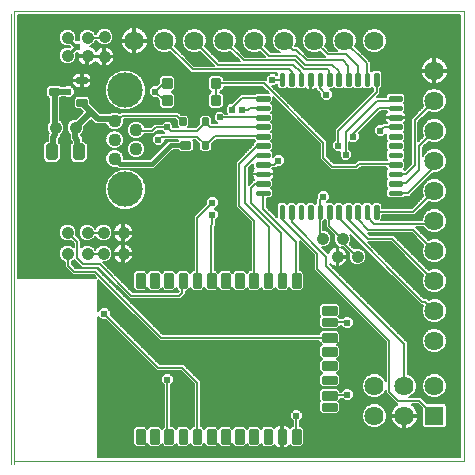
<source format=gtl>
G75*
G70*
%OFA0B0*%
%FSLAX24Y24*%
%IPPOS*%
%LPD*%
%AMOC8*
5,1,8,0,0,1.08239X$1,22.5*
%
%ADD10C,0.0000*%
%ADD11C,0.0089*%
%ADD12C,0.0436*%
%ADD13C,0.1181*%
%ADD14C,0.0118*%
%ADD15C,0.0138*%
%ADD16C,0.0360*%
%ADD17C,0.0157*%
%ADD18C,0.0128*%
%ADD19C,0.0640*%
%ADD20R,0.0640X0.0640*%
%ADD21C,0.0177*%
%ADD22C,0.0200*%
%ADD23C,0.0060*%
%ADD24C,0.0240*%
%ADD25C,0.0100*%
%ADD26C,0.0150*%
D10*
X000100Y000100D02*
X000100Y015100D01*
X000200Y015200D02*
X000200Y000200D01*
X000200Y000100D01*
X000200Y000200D02*
X015200Y000200D01*
X015200Y015200D01*
X000200Y015200D01*
D11*
X008303Y012319D02*
X008687Y012319D01*
X008687Y012231D01*
X008303Y012231D01*
X008303Y012319D01*
X008687Y012319D01*
X008687Y012004D02*
X008303Y012004D01*
X008687Y012004D02*
X008687Y011916D01*
X008303Y011916D01*
X008303Y012004D01*
X008687Y012004D01*
X008687Y011689D02*
X008303Y011689D01*
X008687Y011689D02*
X008687Y011601D01*
X008303Y011601D01*
X008303Y011689D01*
X008687Y011689D01*
X008687Y011374D02*
X008303Y011374D01*
X008687Y011374D02*
X008687Y011286D01*
X008303Y011286D01*
X008303Y011374D01*
X008687Y011374D01*
X008687Y011059D02*
X008303Y011059D01*
X008687Y011059D02*
X008687Y010971D01*
X008303Y010971D01*
X008303Y011059D01*
X008687Y011059D01*
X008687Y010744D02*
X008303Y010744D01*
X008687Y010744D02*
X008687Y010656D01*
X008303Y010656D01*
X008303Y010744D01*
X008687Y010744D01*
X008687Y010429D02*
X008303Y010429D01*
X008687Y010429D02*
X008687Y010341D01*
X008303Y010341D01*
X008303Y010429D01*
X008687Y010429D01*
X008687Y010114D02*
X008303Y010114D01*
X008687Y010114D02*
X008687Y010026D01*
X008303Y010026D01*
X008303Y010114D01*
X008687Y010114D01*
X008687Y009799D02*
X008303Y009799D01*
X008687Y009799D02*
X008687Y009711D01*
X008303Y009711D01*
X008303Y009799D01*
X008687Y009799D01*
X008687Y009484D02*
X008303Y009484D01*
X008687Y009484D02*
X008687Y009396D01*
X008303Y009396D01*
X008303Y009484D01*
X008687Y009484D01*
X008687Y009169D02*
X008303Y009169D01*
X008687Y009169D02*
X008687Y009081D01*
X008303Y009081D01*
X008303Y009169D01*
X008687Y009169D01*
X009081Y008687D02*
X009081Y008303D01*
X009081Y008687D02*
X009169Y008687D01*
X009169Y008303D01*
X009081Y008303D01*
X009081Y008391D02*
X009169Y008391D01*
X009169Y008479D02*
X009081Y008479D01*
X009081Y008567D02*
X009169Y008567D01*
X009169Y008655D02*
X009081Y008655D01*
X009396Y008687D02*
X009396Y008303D01*
X009396Y008687D02*
X009484Y008687D01*
X009484Y008303D01*
X009396Y008303D01*
X009396Y008391D02*
X009484Y008391D01*
X009484Y008479D02*
X009396Y008479D01*
X009396Y008567D02*
X009484Y008567D01*
X009484Y008655D02*
X009396Y008655D01*
X009711Y008687D02*
X009711Y008303D01*
X009711Y008687D02*
X009799Y008687D01*
X009799Y008303D01*
X009711Y008303D01*
X009711Y008391D02*
X009799Y008391D01*
X009799Y008479D02*
X009711Y008479D01*
X009711Y008567D02*
X009799Y008567D01*
X009799Y008655D02*
X009711Y008655D01*
X010026Y008687D02*
X010026Y008303D01*
X010026Y008687D02*
X010114Y008687D01*
X010114Y008303D01*
X010026Y008303D01*
X010026Y008391D02*
X010114Y008391D01*
X010114Y008479D02*
X010026Y008479D01*
X010026Y008567D02*
X010114Y008567D01*
X010114Y008655D02*
X010026Y008655D01*
X010341Y008687D02*
X010341Y008303D01*
X010341Y008687D02*
X010429Y008687D01*
X010429Y008303D01*
X010341Y008303D01*
X010341Y008391D02*
X010429Y008391D01*
X010429Y008479D02*
X010341Y008479D01*
X010341Y008567D02*
X010429Y008567D01*
X010429Y008655D02*
X010341Y008655D01*
X010656Y008687D02*
X010656Y008303D01*
X010656Y008687D02*
X010744Y008687D01*
X010744Y008303D01*
X010656Y008303D01*
X010656Y008391D02*
X010744Y008391D01*
X010744Y008479D02*
X010656Y008479D01*
X010656Y008567D02*
X010744Y008567D01*
X010744Y008655D02*
X010656Y008655D01*
X010971Y008687D02*
X010971Y008303D01*
X010971Y008687D02*
X011059Y008687D01*
X011059Y008303D01*
X010971Y008303D01*
X010971Y008391D02*
X011059Y008391D01*
X011059Y008479D02*
X010971Y008479D01*
X010971Y008567D02*
X011059Y008567D01*
X011059Y008655D02*
X010971Y008655D01*
X011286Y008687D02*
X011286Y008303D01*
X011286Y008687D02*
X011374Y008687D01*
X011374Y008303D01*
X011286Y008303D01*
X011286Y008391D02*
X011374Y008391D01*
X011374Y008479D02*
X011286Y008479D01*
X011286Y008567D02*
X011374Y008567D01*
X011374Y008655D02*
X011286Y008655D01*
X011601Y008687D02*
X011601Y008303D01*
X011601Y008687D02*
X011689Y008687D01*
X011689Y008303D01*
X011601Y008303D01*
X011601Y008391D02*
X011689Y008391D01*
X011689Y008479D02*
X011601Y008479D01*
X011601Y008567D02*
X011689Y008567D01*
X011689Y008655D02*
X011601Y008655D01*
X011916Y008687D02*
X011916Y008303D01*
X011916Y008687D02*
X012004Y008687D01*
X012004Y008303D01*
X011916Y008303D01*
X011916Y008391D02*
X012004Y008391D01*
X012004Y008479D02*
X011916Y008479D01*
X011916Y008567D02*
X012004Y008567D01*
X012004Y008655D02*
X011916Y008655D01*
X012231Y008687D02*
X012231Y008303D01*
X012231Y008687D02*
X012319Y008687D01*
X012319Y008303D01*
X012231Y008303D01*
X012231Y008391D02*
X012319Y008391D01*
X012319Y008479D02*
X012231Y008479D01*
X012231Y008567D02*
X012319Y008567D01*
X012319Y008655D02*
X012231Y008655D01*
X012713Y009081D02*
X013097Y009081D01*
X012713Y009081D02*
X012713Y009169D01*
X013097Y009169D01*
X013097Y009081D01*
X013097Y009169D02*
X012713Y009169D01*
X012713Y009396D02*
X013097Y009396D01*
X012713Y009396D02*
X012713Y009484D01*
X013097Y009484D01*
X013097Y009396D01*
X013097Y009484D02*
X012713Y009484D01*
X012713Y009711D02*
X013097Y009711D01*
X012713Y009711D02*
X012713Y009799D01*
X013097Y009799D01*
X013097Y009711D01*
X013097Y009799D02*
X012713Y009799D01*
X012713Y010026D02*
X013097Y010026D01*
X012713Y010026D02*
X012713Y010114D01*
X013097Y010114D01*
X013097Y010026D01*
X013097Y010114D02*
X012713Y010114D01*
X012713Y010341D02*
X013097Y010341D01*
X012713Y010341D02*
X012713Y010429D01*
X013097Y010429D01*
X013097Y010341D01*
X013097Y010429D02*
X012713Y010429D01*
X012713Y010656D02*
X013097Y010656D01*
X012713Y010656D02*
X012713Y010744D01*
X013097Y010744D01*
X013097Y010656D01*
X013097Y010744D02*
X012713Y010744D01*
X012713Y010971D02*
X013097Y010971D01*
X012713Y010971D02*
X012713Y011059D01*
X013097Y011059D01*
X013097Y010971D01*
X013097Y011059D02*
X012713Y011059D01*
X012713Y011286D02*
X013097Y011286D01*
X012713Y011286D02*
X012713Y011374D01*
X013097Y011374D01*
X013097Y011286D01*
X013097Y011374D02*
X012713Y011374D01*
X012713Y011601D02*
X013097Y011601D01*
X012713Y011601D02*
X012713Y011689D01*
X013097Y011689D01*
X013097Y011601D01*
X013097Y011689D02*
X012713Y011689D01*
X012713Y011916D02*
X013097Y011916D01*
X012713Y011916D02*
X012713Y012004D01*
X013097Y012004D01*
X013097Y011916D01*
X013097Y012004D02*
X012713Y012004D01*
X012713Y012231D02*
X013097Y012231D01*
X012713Y012231D02*
X012713Y012319D01*
X013097Y012319D01*
X013097Y012231D01*
X013097Y012319D02*
X012713Y012319D01*
X012319Y012713D02*
X012319Y013097D01*
X012319Y012713D02*
X012231Y012713D01*
X012231Y013097D01*
X012319Y013097D01*
X012319Y012801D02*
X012231Y012801D01*
X012231Y012889D02*
X012319Y012889D01*
X012319Y012977D02*
X012231Y012977D01*
X012231Y013065D02*
X012319Y013065D01*
X012004Y013097D02*
X012004Y012713D01*
X011916Y012713D01*
X011916Y013097D01*
X012004Y013097D01*
X012004Y012801D02*
X011916Y012801D01*
X011916Y012889D02*
X012004Y012889D01*
X012004Y012977D02*
X011916Y012977D01*
X011916Y013065D02*
X012004Y013065D01*
X011689Y013097D02*
X011689Y012713D01*
X011601Y012713D01*
X011601Y013097D01*
X011689Y013097D01*
X011689Y012801D02*
X011601Y012801D01*
X011601Y012889D02*
X011689Y012889D01*
X011689Y012977D02*
X011601Y012977D01*
X011601Y013065D02*
X011689Y013065D01*
X011374Y013097D02*
X011374Y012713D01*
X011286Y012713D01*
X011286Y013097D01*
X011374Y013097D01*
X011374Y012801D02*
X011286Y012801D01*
X011286Y012889D02*
X011374Y012889D01*
X011374Y012977D02*
X011286Y012977D01*
X011286Y013065D02*
X011374Y013065D01*
X011059Y013097D02*
X011059Y012713D01*
X010971Y012713D01*
X010971Y013097D01*
X011059Y013097D01*
X011059Y012801D02*
X010971Y012801D01*
X010971Y012889D02*
X011059Y012889D01*
X011059Y012977D02*
X010971Y012977D01*
X010971Y013065D02*
X011059Y013065D01*
X010744Y013097D02*
X010744Y012713D01*
X010656Y012713D01*
X010656Y013097D01*
X010744Y013097D01*
X010744Y012801D02*
X010656Y012801D01*
X010656Y012889D02*
X010744Y012889D01*
X010744Y012977D02*
X010656Y012977D01*
X010656Y013065D02*
X010744Y013065D01*
X010429Y013097D02*
X010429Y012713D01*
X010341Y012713D01*
X010341Y013097D01*
X010429Y013097D01*
X010429Y012801D02*
X010341Y012801D01*
X010341Y012889D02*
X010429Y012889D01*
X010429Y012977D02*
X010341Y012977D01*
X010341Y013065D02*
X010429Y013065D01*
X010114Y013097D02*
X010114Y012713D01*
X010026Y012713D01*
X010026Y013097D01*
X010114Y013097D01*
X010114Y012801D02*
X010026Y012801D01*
X010026Y012889D02*
X010114Y012889D01*
X010114Y012977D02*
X010026Y012977D01*
X010026Y013065D02*
X010114Y013065D01*
X009799Y013097D02*
X009799Y012713D01*
X009711Y012713D01*
X009711Y013097D01*
X009799Y013097D01*
X009799Y012801D02*
X009711Y012801D01*
X009711Y012889D02*
X009799Y012889D01*
X009799Y012977D02*
X009711Y012977D01*
X009711Y013065D02*
X009799Y013065D01*
X009484Y013097D02*
X009484Y012713D01*
X009396Y012713D01*
X009396Y013097D01*
X009484Y013097D01*
X009484Y012801D02*
X009396Y012801D01*
X009396Y012889D02*
X009484Y012889D01*
X009484Y012977D02*
X009396Y012977D01*
X009396Y013065D02*
X009484Y013065D01*
X009169Y013097D02*
X009169Y012713D01*
X009081Y012713D01*
X009081Y013097D01*
X009169Y013097D01*
X009169Y012801D02*
X009081Y012801D01*
X009081Y012889D02*
X009169Y012889D01*
X009169Y012977D02*
X009081Y012977D01*
X009081Y013065D02*
X009169Y013065D01*
D12*
X004254Y011215D03*
X004254Y010585D03*
X003546Y010270D03*
X003546Y010900D03*
X003546Y011530D03*
D13*
X003900Y012554D03*
X003900Y009246D03*
D14*
X005767Y011415D02*
X005885Y011415D01*
X005767Y011415D02*
X005767Y011573D01*
X005885Y011573D01*
X005885Y011415D01*
X005885Y011532D02*
X005767Y011532D01*
X006515Y011415D02*
X006633Y011415D01*
X006515Y011415D02*
X006515Y011573D01*
X006633Y011573D01*
X006633Y011415D01*
X006633Y011532D02*
X006515Y011532D01*
X006515Y010627D02*
X006633Y010627D01*
X006515Y010627D02*
X006515Y010785D01*
X006633Y010785D01*
X006633Y010627D01*
X006633Y010744D02*
X006515Y010744D01*
D15*
X006033Y010637D02*
X005777Y010637D01*
X005777Y010775D01*
X006033Y010775D01*
X006033Y010637D01*
X006033Y010774D02*
X005777Y010774D01*
D16*
X003850Y007820D02*
X003850Y007780D01*
X003810Y007780D01*
X003810Y007820D01*
X003850Y007820D01*
X003190Y007820D02*
X003190Y007780D01*
X003150Y007780D01*
X003150Y007820D01*
X003190Y007820D01*
X002610Y007820D02*
X002610Y007780D01*
X002610Y007820D02*
X002650Y007820D01*
X002650Y007780D01*
X002610Y007780D01*
X001950Y007780D02*
X001950Y007820D01*
X001990Y007820D01*
X001990Y007780D01*
X001950Y007780D01*
X001950Y007120D02*
X001950Y007080D01*
X001950Y007120D02*
X001990Y007120D01*
X001990Y007080D01*
X001950Y007080D01*
X002610Y007080D02*
X002610Y007120D01*
X002650Y007120D01*
X002650Y007080D01*
X002610Y007080D01*
X003190Y007080D02*
X003190Y007120D01*
X003190Y007080D02*
X003150Y007080D01*
X003150Y007120D01*
X003190Y007120D01*
X003850Y007120D02*
X003850Y007080D01*
X003810Y007080D01*
X003810Y007120D01*
X003850Y007120D01*
X002210Y011280D02*
X002210Y011320D01*
X002250Y011320D01*
X002250Y011280D01*
X002210Y011280D01*
X001550Y011280D02*
X001550Y011320D01*
X001590Y011320D01*
X001590Y011280D01*
X001550Y011280D01*
X001950Y013680D02*
X001950Y013720D01*
X001990Y013720D01*
X001990Y013680D01*
X001950Y013680D01*
X001950Y014280D02*
X001950Y014320D01*
X001990Y014320D01*
X001990Y014280D01*
X001950Y014280D01*
X002610Y014280D02*
X002610Y014320D01*
X002650Y014320D01*
X002650Y014280D01*
X002610Y014280D01*
X003180Y014310D02*
X003220Y014310D01*
X003180Y014310D02*
X003180Y014350D01*
X003220Y014350D01*
X003220Y014310D01*
X003220Y013650D02*
X003180Y013650D01*
X003180Y013690D01*
X003220Y013690D01*
X003220Y013650D01*
X002610Y013680D02*
X002610Y013720D01*
X002650Y013720D01*
X002650Y013680D01*
X002610Y013680D01*
X010450Y007620D02*
X010450Y007580D01*
X010450Y007620D02*
X010490Y007620D01*
X010490Y007580D01*
X010450Y007580D01*
X010990Y007020D02*
X010990Y006980D01*
X010950Y006980D01*
X010950Y007020D01*
X010990Y007020D01*
X011110Y007580D02*
X011110Y007620D01*
X011150Y007620D01*
X011150Y007580D01*
X011110Y007580D01*
X011650Y007020D02*
X011650Y006980D01*
X011610Y006980D01*
X011610Y007020D01*
X011650Y007020D01*
D17*
X010878Y005295D02*
X010522Y005295D01*
X010878Y005295D02*
X010878Y005137D01*
X010522Y005137D01*
X010522Y005295D01*
X010522Y005293D02*
X010878Y005293D01*
X010878Y004901D02*
X010522Y004901D01*
X010878Y004901D02*
X010878Y004743D01*
X010522Y004743D01*
X010522Y004901D01*
X010522Y004899D02*
X010878Y004899D01*
X010878Y004389D02*
X010522Y004389D01*
X010878Y004389D02*
X010878Y004231D01*
X010522Y004231D01*
X010522Y004389D01*
X010522Y004387D02*
X010878Y004387D01*
X010878Y003917D02*
X010522Y003917D01*
X010878Y003917D02*
X010878Y003759D01*
X010522Y003759D01*
X010522Y003917D01*
X010522Y003915D02*
X010878Y003915D01*
X010878Y003444D02*
X010522Y003444D01*
X010878Y003444D02*
X010878Y003286D01*
X010522Y003286D01*
X010522Y003444D01*
X010522Y003442D02*
X010878Y003442D01*
X010878Y002972D02*
X010522Y002972D01*
X010878Y002972D02*
X010878Y002814D01*
X010522Y002814D01*
X010522Y002972D01*
X010522Y002970D02*
X010878Y002970D01*
X010878Y002460D02*
X010522Y002460D01*
X010878Y002460D02*
X010878Y002302D01*
X010522Y002302D01*
X010522Y002460D01*
X010522Y002458D02*
X010878Y002458D01*
X010878Y002066D02*
X010522Y002066D01*
X010878Y002066D02*
X010878Y001908D01*
X010522Y001908D01*
X010522Y002066D01*
X010522Y002064D02*
X010878Y002064D01*
X009677Y001181D02*
X009677Y000825D01*
X009519Y000825D01*
X009519Y001181D01*
X009677Y001181D01*
X009677Y000981D02*
X009519Y000981D01*
X009519Y001137D02*
X009677Y001137D01*
X009204Y001181D02*
X009204Y000825D01*
X009046Y000825D01*
X009046Y001181D01*
X009204Y001181D01*
X009204Y000981D02*
X009046Y000981D01*
X009046Y001137D02*
X009204Y001137D01*
X008732Y001181D02*
X008732Y000825D01*
X008574Y000825D01*
X008574Y001181D01*
X008732Y001181D01*
X008732Y000981D02*
X008574Y000981D01*
X008574Y001137D02*
X008732Y001137D01*
X008259Y001181D02*
X008259Y000825D01*
X008101Y000825D01*
X008101Y001181D01*
X008259Y001181D01*
X008259Y000981D02*
X008101Y000981D01*
X008101Y001137D02*
X008259Y001137D01*
X007787Y001181D02*
X007787Y000825D01*
X007629Y000825D01*
X007629Y001181D01*
X007787Y001181D01*
X007787Y000981D02*
X007629Y000981D01*
X007629Y001137D02*
X007787Y001137D01*
X007314Y001181D02*
X007314Y000825D01*
X007156Y000825D01*
X007156Y001181D01*
X007314Y001181D01*
X007314Y000981D02*
X007156Y000981D01*
X007156Y001137D02*
X007314Y001137D01*
X006842Y001181D02*
X006842Y000825D01*
X006684Y000825D01*
X006684Y001181D01*
X006842Y001181D01*
X006842Y000981D02*
X006684Y000981D01*
X006684Y001137D02*
X006842Y001137D01*
X006370Y001181D02*
X006370Y000825D01*
X006212Y000825D01*
X006212Y001181D01*
X006370Y001181D01*
X006370Y000981D02*
X006212Y000981D01*
X006212Y001137D02*
X006370Y001137D01*
X005897Y001181D02*
X005897Y000825D01*
X005739Y000825D01*
X005739Y001181D01*
X005897Y001181D01*
X005897Y000981D02*
X005739Y000981D01*
X005739Y001137D02*
X005897Y001137D01*
X005425Y001181D02*
X005425Y000825D01*
X005267Y000825D01*
X005267Y001181D01*
X005425Y001181D01*
X005425Y000981D02*
X005267Y000981D01*
X005267Y001137D02*
X005425Y001137D01*
X004952Y001181D02*
X004952Y000825D01*
X004794Y000825D01*
X004794Y001181D01*
X004952Y001181D01*
X004952Y000981D02*
X004794Y000981D01*
X004794Y001137D02*
X004952Y001137D01*
X004480Y001181D02*
X004480Y000825D01*
X004322Y000825D01*
X004322Y001181D01*
X004480Y001181D01*
X004480Y000981D02*
X004322Y000981D01*
X004322Y001137D02*
X004480Y001137D01*
X004480Y006022D02*
X004480Y006378D01*
X004480Y006022D02*
X004322Y006022D01*
X004322Y006378D01*
X004480Y006378D01*
X004480Y006178D02*
X004322Y006178D01*
X004322Y006334D02*
X004480Y006334D01*
X004952Y006378D02*
X004952Y006022D01*
X004794Y006022D01*
X004794Y006378D01*
X004952Y006378D01*
X004952Y006178D02*
X004794Y006178D01*
X004794Y006334D02*
X004952Y006334D01*
X005425Y006378D02*
X005425Y006022D01*
X005267Y006022D01*
X005267Y006378D01*
X005425Y006378D01*
X005425Y006178D02*
X005267Y006178D01*
X005267Y006334D02*
X005425Y006334D01*
X005897Y006378D02*
X005897Y006022D01*
X005739Y006022D01*
X005739Y006378D01*
X005897Y006378D01*
X005897Y006178D02*
X005739Y006178D01*
X005739Y006334D02*
X005897Y006334D01*
X006370Y006378D02*
X006370Y006022D01*
X006212Y006022D01*
X006212Y006378D01*
X006370Y006378D01*
X006370Y006178D02*
X006212Y006178D01*
X006212Y006334D02*
X006370Y006334D01*
X006842Y006378D02*
X006842Y006022D01*
X006684Y006022D01*
X006684Y006378D01*
X006842Y006378D01*
X006842Y006178D02*
X006684Y006178D01*
X006684Y006334D02*
X006842Y006334D01*
X007314Y006378D02*
X007314Y006022D01*
X007156Y006022D01*
X007156Y006378D01*
X007314Y006378D01*
X007314Y006178D02*
X007156Y006178D01*
X007156Y006334D02*
X007314Y006334D01*
X007787Y006378D02*
X007787Y006022D01*
X007629Y006022D01*
X007629Y006378D01*
X007787Y006378D01*
X007787Y006178D02*
X007629Y006178D01*
X007629Y006334D02*
X007787Y006334D01*
X008259Y006378D02*
X008259Y006022D01*
X008101Y006022D01*
X008101Y006378D01*
X008259Y006378D01*
X008259Y006178D02*
X008101Y006178D01*
X008101Y006334D02*
X008259Y006334D01*
X008732Y006378D02*
X008732Y006022D01*
X008574Y006022D01*
X008574Y006378D01*
X008732Y006378D01*
X008732Y006178D02*
X008574Y006178D01*
X008574Y006334D02*
X008732Y006334D01*
X009204Y006378D02*
X009204Y006022D01*
X009046Y006022D01*
X009046Y006378D01*
X009204Y006378D01*
X009204Y006178D02*
X009046Y006178D01*
X009046Y006334D02*
X009204Y006334D01*
X009677Y006378D02*
X009677Y006022D01*
X009519Y006022D01*
X009519Y006378D01*
X009677Y006378D01*
X009677Y006178D02*
X009519Y006178D01*
X009519Y006334D02*
X009677Y006334D01*
D18*
X002576Y012062D02*
X002576Y012190D01*
X002576Y012062D02*
X002330Y012062D01*
X002330Y012190D01*
X002576Y012190D01*
X002576Y012189D02*
X002330Y012189D01*
X002576Y012810D02*
X002576Y012938D01*
X002576Y012810D02*
X002330Y012810D01*
X002330Y012938D01*
X002576Y012938D01*
X002576Y012937D02*
X002330Y012937D01*
X001670Y012564D02*
X001670Y012436D01*
X001424Y012436D01*
X001424Y012564D01*
X001670Y012564D01*
X001670Y012563D02*
X001424Y012563D01*
D19*
X004200Y014200D03*
X005200Y014200D03*
X006200Y014200D03*
X007200Y014200D03*
X008200Y014200D03*
X009200Y014200D03*
X010200Y014200D03*
X011200Y014200D03*
X012200Y014200D03*
X014200Y013200D03*
X014200Y012200D03*
X014200Y011200D03*
X014200Y010200D03*
X014200Y009200D03*
X014200Y008200D03*
X014200Y007200D03*
X014200Y006200D03*
X014200Y005200D03*
X014200Y004200D03*
X014200Y002700D03*
X013200Y002700D03*
X013200Y001700D03*
X012200Y001700D03*
X012200Y002700D03*
D20*
X014200Y001700D03*
D21*
X006996Y012106D02*
X006818Y012106D01*
X006818Y012324D01*
X006996Y012324D01*
X006996Y012106D01*
X006996Y012282D02*
X006818Y012282D01*
X006818Y012676D02*
X006996Y012676D01*
X006818Y012676D02*
X006818Y012894D01*
X006996Y012894D01*
X006996Y012676D01*
X006996Y012852D02*
X006818Y012852D01*
X005382Y012676D02*
X005204Y012676D01*
X005204Y012894D01*
X005382Y012894D01*
X005382Y012676D01*
X005382Y012852D02*
X005204Y012852D01*
X005204Y012106D02*
X005382Y012106D01*
X005204Y012106D02*
X005204Y012324D01*
X005382Y012324D01*
X005382Y012106D01*
X005382Y012282D02*
X005204Y012282D01*
D22*
X003546Y011530D02*
X003476Y011600D01*
X002979Y011600D01*
X002789Y011789D01*
X002719Y011789D01*
X002230Y011300D01*
X002230Y010970D01*
X002300Y010900D01*
X002300Y010550D01*
X002350Y010500D01*
X002250Y010675D02*
X002450Y010675D01*
X002450Y010325D01*
X002250Y010325D01*
X002250Y010675D01*
X002250Y010524D02*
X002450Y010524D01*
X001570Y011070D02*
X001570Y011300D01*
X001547Y011323D01*
X001547Y012500D01*
X002000Y012500D01*
X002453Y012126D02*
X002789Y011789D01*
X001570Y011070D02*
X001500Y011000D01*
X001500Y010550D01*
X001450Y010500D01*
X001350Y010675D02*
X001550Y010675D01*
X001550Y010325D01*
X001350Y010325D01*
X001350Y010675D01*
X001350Y010524D02*
X001550Y010524D01*
D23*
X001740Y010496D02*
X002060Y010496D01*
X002060Y010438D02*
X001740Y010438D01*
X001740Y010379D02*
X002060Y010379D01*
X002060Y010321D02*
X001740Y010321D01*
X001740Y010262D02*
X002060Y010262D01*
X002060Y010246D02*
X002171Y010135D01*
X002529Y010135D01*
X002640Y010246D01*
X002640Y010754D01*
X002529Y010865D01*
X002490Y010865D01*
X002490Y010979D01*
X002420Y011049D01*
X002420Y011068D01*
X002479Y011127D01*
X002520Y011226D01*
X002520Y011321D01*
X002754Y011556D01*
X002900Y011410D01*
X003262Y011410D01*
X003284Y011355D01*
X003371Y011269D01*
X003484Y011222D01*
X003607Y011222D01*
X003720Y011269D01*
X003807Y011355D01*
X003854Y011469D01*
X003854Y011580D01*
X005570Y011580D01*
X005618Y011532D01*
X005618Y011353D01*
X005651Y011320D01*
X005505Y011320D01*
X005505Y011402D01*
X005382Y011525D01*
X005208Y011525D01*
X005118Y011435D01*
X004865Y011435D01*
X004795Y011365D01*
X004750Y011320D01*
X004544Y011320D01*
X004516Y011389D01*
X004429Y011476D01*
X004316Y011523D01*
X004193Y011523D01*
X004080Y011476D01*
X003993Y011389D01*
X003946Y011276D01*
X003946Y011154D01*
X003993Y011040D01*
X004080Y010954D01*
X004193Y010907D01*
X004316Y010907D01*
X004429Y010954D01*
X004516Y011040D01*
X004532Y011080D01*
X004850Y011080D01*
X004965Y011195D01*
X005118Y011195D01*
X005193Y011120D01*
X005050Y011120D01*
X005040Y011110D01*
X004913Y011110D01*
X004790Y010987D01*
X004790Y010813D01*
X004913Y010690D01*
X005087Y010690D01*
X005210Y010813D01*
X005210Y010880D01*
X005657Y010880D01*
X005648Y010871D01*
X005338Y010871D01*
X004732Y010265D01*
X003854Y010265D01*
X003854Y010331D01*
X003807Y010445D01*
X003720Y010531D01*
X003607Y010578D01*
X003484Y010578D01*
X003371Y010531D01*
X003284Y010445D01*
X003238Y010331D01*
X003238Y010209D01*
X003284Y010096D01*
X003371Y010009D01*
X003484Y009962D01*
X003607Y009962D01*
X003616Y009966D01*
X003647Y009935D01*
X004868Y009935D01*
X004965Y010032D01*
X005475Y010541D01*
X005648Y010541D01*
X005711Y010479D01*
X006098Y010479D01*
X006192Y010572D01*
X006192Y010841D01*
X006153Y010880D01*
X006231Y010880D01*
X006366Y010745D01*
X006366Y010566D01*
X006453Y010479D01*
X006695Y010479D01*
X006782Y010566D01*
X006782Y010745D01*
X006932Y010895D01*
X008189Y010895D01*
X008227Y010857D01*
X008169Y010800D01*
X008169Y010739D01*
X007650Y010220D01*
X007580Y010150D01*
X007580Y008650D01*
X008080Y008150D01*
X008080Y006546D01*
X008032Y006546D01*
X007944Y006458D01*
X007857Y006546D01*
X007559Y006546D01*
X007472Y006458D01*
X007384Y006546D01*
X007087Y006546D01*
X006999Y006458D01*
X006912Y006546D01*
X006883Y006546D01*
X006883Y007987D01*
X006920Y008024D01*
X006920Y008223D01*
X007010Y008313D01*
X007010Y008487D01*
X006897Y008600D01*
X007010Y008713D01*
X007010Y008887D01*
X006887Y009010D01*
X006713Y009010D01*
X006590Y008887D01*
X006590Y008760D01*
X006180Y008350D01*
X006180Y006546D01*
X006142Y006546D01*
X006054Y006458D01*
X005967Y006546D01*
X005669Y006546D01*
X005582Y006458D01*
X005494Y006546D01*
X005197Y006546D01*
X005109Y006458D01*
X005022Y006546D01*
X004725Y006546D01*
X004637Y006458D01*
X004549Y006546D01*
X004252Y006546D01*
X004153Y006447D01*
X004153Y005953D01*
X004252Y005854D01*
X004549Y005854D01*
X004637Y005942D01*
X004725Y005854D01*
X005022Y005854D01*
X005109Y005942D01*
X005197Y005854D01*
X005494Y005854D01*
X005582Y005942D01*
X005669Y005854D01*
X005680Y005854D01*
X005680Y005850D01*
X005650Y005820D01*
X004150Y005820D01*
X003160Y006810D01*
X003244Y006810D01*
X003343Y006851D01*
X003419Y006927D01*
X003460Y007026D01*
X003460Y007174D01*
X003419Y007273D01*
X003343Y007349D01*
X003244Y007390D01*
X003096Y007390D01*
X002997Y007349D01*
X002921Y007273D01*
X002900Y007222D01*
X002879Y007273D01*
X002803Y007349D01*
X002704Y007390D01*
X002556Y007390D01*
X002457Y007349D01*
X002420Y007312D01*
X002420Y007550D01*
X002350Y007620D01*
X002255Y007715D01*
X002260Y007726D01*
X002260Y007874D01*
X002219Y007973D01*
X002143Y008049D01*
X002044Y008090D01*
X001896Y008090D01*
X001797Y008049D01*
X001721Y007973D01*
X001680Y007874D01*
X001680Y007726D01*
X001721Y007627D01*
X001797Y007551D01*
X001896Y007510D01*
X002044Y007510D01*
X002098Y007532D01*
X002180Y007450D01*
X002180Y007312D01*
X002143Y007349D01*
X002044Y007390D01*
X001896Y007390D01*
X001797Y007349D01*
X001721Y007273D01*
X001680Y007174D01*
X001680Y007026D01*
X001721Y006927D01*
X001797Y006851D01*
X001880Y006817D01*
X001880Y006650D01*
X001950Y006580D01*
X002150Y006380D01*
X002850Y006380D01*
X002930Y006300D01*
X000330Y006300D01*
X000330Y015070D01*
X015070Y015070D01*
X015070Y000330D01*
X003000Y000330D01*
X003000Y005003D01*
X003113Y004890D01*
X003240Y004890D01*
X004950Y003180D01*
X005750Y003180D01*
X006180Y002750D01*
X006180Y001349D01*
X006142Y001349D01*
X006054Y001261D01*
X005967Y001349D01*
X005669Y001349D01*
X005582Y001261D01*
X005494Y001349D01*
X005420Y001349D01*
X005420Y002723D01*
X005510Y002813D01*
X005510Y002987D01*
X005387Y003110D01*
X005213Y003110D01*
X005090Y002987D01*
X005090Y002813D01*
X005180Y002723D01*
X005180Y001332D01*
X005109Y001261D01*
X005022Y001349D01*
X004725Y001349D01*
X004637Y001261D01*
X004549Y001349D01*
X004252Y001349D01*
X004153Y001250D01*
X004153Y000756D01*
X004252Y000657D01*
X004549Y000657D01*
X004637Y000745D01*
X004725Y000657D01*
X005022Y000657D01*
X005109Y000745D01*
X005197Y000657D01*
X005494Y000657D01*
X005582Y000745D01*
X005669Y000657D01*
X005967Y000657D01*
X006054Y000745D01*
X006142Y000657D01*
X006439Y000657D01*
X006527Y000745D01*
X006614Y000657D01*
X006912Y000657D01*
X006999Y000745D01*
X007087Y000657D01*
X007384Y000657D01*
X007472Y000745D01*
X007559Y000657D01*
X007857Y000657D01*
X007944Y000745D01*
X008032Y000657D01*
X008329Y000657D01*
X008417Y000745D01*
X008504Y000657D01*
X008801Y000657D01*
X008866Y000722D01*
X008879Y000698D01*
X008918Y000659D01*
X008966Y000631D01*
X009019Y000617D01*
X009095Y000617D01*
X009095Y000973D01*
X009155Y000973D01*
X009155Y000617D01*
X009231Y000617D01*
X009285Y000631D01*
X009332Y000659D01*
X009371Y000698D01*
X009385Y000722D01*
X009449Y000657D01*
X009746Y000657D01*
X009845Y000756D01*
X009845Y001250D01*
X009746Y001349D01*
X009718Y001349D01*
X009718Y001521D01*
X009810Y001613D01*
X009810Y001787D01*
X009687Y001910D01*
X009513Y001910D01*
X009390Y001787D01*
X009390Y001613D01*
X009478Y001525D01*
X009478Y001349D01*
X009449Y001349D01*
X009385Y001285D01*
X009371Y001308D01*
X009332Y001347D01*
X009285Y001375D01*
X009231Y001389D01*
X009155Y001389D01*
X009155Y001033D01*
X009095Y001033D01*
X009095Y001389D01*
X009019Y001389D01*
X008966Y001375D01*
X008918Y001347D01*
X008879Y001308D01*
X008866Y001285D01*
X008801Y001349D01*
X008504Y001349D01*
X008417Y001261D01*
X008329Y001349D01*
X008032Y001349D01*
X007944Y001261D01*
X007857Y001349D01*
X007559Y001349D01*
X007472Y001261D01*
X007384Y001349D01*
X007087Y001349D01*
X006999Y001261D01*
X006912Y001349D01*
X006614Y001349D01*
X006527Y001261D01*
X006439Y001349D01*
X006420Y001349D01*
X006420Y002850D01*
X005920Y003350D01*
X005850Y003420D01*
X005050Y003420D01*
X003410Y005060D01*
X003410Y005187D01*
X003287Y005310D01*
X003113Y005310D01*
X003000Y005197D01*
X003000Y006230D01*
X004980Y004250D01*
X005050Y004180D01*
X010354Y004180D01*
X010354Y004162D01*
X010442Y004074D01*
X010354Y003986D01*
X010354Y003689D01*
X010442Y003602D01*
X010354Y003514D01*
X010354Y003217D01*
X010442Y003129D01*
X010354Y003042D01*
X010354Y002744D01*
X010453Y002645D01*
X010947Y002645D01*
X011046Y002744D01*
X011046Y003042D01*
X010958Y003129D01*
X011046Y003217D01*
X011046Y003514D01*
X010958Y003602D01*
X011046Y003689D01*
X011046Y003986D01*
X010958Y004074D01*
X011046Y004162D01*
X011046Y004459D01*
X010947Y004558D01*
X010453Y004558D01*
X010354Y004459D01*
X010354Y004420D01*
X005150Y004420D01*
X003020Y006550D01*
X002950Y006620D01*
X002250Y006620D01*
X002120Y006750D01*
X002120Y006842D01*
X002143Y006851D01*
X002186Y006894D01*
X002380Y006700D01*
X002450Y006630D01*
X003000Y006630D01*
X003980Y005650D01*
X004050Y005580D01*
X005750Y005580D01*
X005850Y005680D01*
X005920Y005750D01*
X005920Y005854D01*
X005967Y005854D01*
X006054Y005942D01*
X006142Y005854D01*
X006439Y005854D01*
X006527Y005942D01*
X006614Y005854D01*
X006912Y005854D01*
X006999Y005942D01*
X007087Y005854D01*
X007384Y005854D01*
X007472Y005942D01*
X007559Y005854D01*
X007857Y005854D01*
X007944Y005942D01*
X008032Y005854D01*
X008329Y005854D01*
X008417Y005942D01*
X008504Y005854D01*
X008801Y005854D01*
X008889Y005942D01*
X008977Y005854D01*
X009274Y005854D01*
X009361Y005942D01*
X009449Y005854D01*
X009746Y005854D01*
X009845Y005953D01*
X009845Y006447D01*
X009746Y006546D01*
X009720Y006546D01*
X009720Y007510D01*
X010180Y007050D01*
X010180Y006550D01*
X012580Y004150D01*
X012580Y002854D01*
X012548Y002932D01*
X012432Y003048D01*
X012282Y003110D01*
X012118Y003110D01*
X011968Y003048D01*
X011852Y002932D01*
X011790Y002782D01*
X011790Y002618D01*
X011852Y002468D01*
X011968Y002352D01*
X012118Y002290D01*
X012282Y002290D01*
X012432Y002352D01*
X012548Y002468D01*
X012580Y002546D01*
X012580Y002450D01*
X012880Y002150D01*
X012950Y002080D01*
X012957Y002080D01*
X012907Y002043D01*
X012857Y001993D01*
X012815Y001936D01*
X012783Y001873D01*
X012761Y001805D01*
X012750Y001735D01*
X012750Y001730D01*
X013170Y001730D01*
X013170Y001670D01*
X013230Y001670D01*
X013230Y001730D01*
X013650Y001730D01*
X013650Y001735D01*
X013639Y001805D01*
X013617Y001873D01*
X013585Y001936D01*
X013543Y001993D01*
X013493Y002043D01*
X013443Y002080D01*
X013650Y002080D01*
X013790Y001940D01*
X013790Y001343D01*
X013843Y001290D01*
X014557Y001290D01*
X014610Y001343D01*
X014610Y002057D01*
X014557Y002110D01*
X013960Y002110D01*
X013750Y002320D01*
X013354Y002320D01*
X013432Y002352D01*
X013548Y002468D01*
X013610Y002618D01*
X013610Y002782D01*
X013548Y002932D01*
X013432Y003048D01*
X013320Y003094D01*
X013320Y004150D01*
X013250Y004220D01*
X013250Y004220D01*
X010720Y006750D01*
X010720Y006772D01*
X010752Y006739D01*
X010803Y006705D01*
X010860Y006682D01*
X010919Y006670D01*
X010940Y006670D01*
X010940Y006970D01*
X011000Y006970D01*
X011000Y007030D01*
X010940Y007030D01*
X010940Y007330D01*
X010919Y007330D01*
X010860Y007318D01*
X010803Y007295D01*
X010752Y007261D01*
X010709Y007218D01*
X010675Y007167D01*
X010654Y007116D01*
X010460Y007310D01*
X010544Y007310D01*
X010643Y007351D01*
X010719Y007427D01*
X010760Y007526D01*
X010760Y007674D01*
X010719Y007773D01*
X010643Y007849D01*
X010544Y007890D01*
X010505Y007890D01*
X010505Y008189D01*
X010543Y008227D01*
X010580Y008189D01*
X010580Y007980D01*
X010854Y007707D01*
X010840Y007674D01*
X010840Y007526D01*
X010881Y007427D01*
X010957Y007351D01*
X011008Y007330D01*
X011000Y007330D01*
X011000Y007030D01*
X011300Y007030D01*
X011300Y007051D01*
X011288Y007110D01*
X011265Y007167D01*
X011231Y007218D01*
X011188Y007261D01*
X011137Y007295D01*
X011100Y007310D01*
X011150Y007310D01*
X011354Y007107D01*
X011340Y007074D01*
X011340Y006926D01*
X011381Y006827D01*
X011457Y006751D01*
X011556Y006710D01*
X011704Y006710D01*
X011803Y006751D01*
X011879Y006827D01*
X011920Y006926D01*
X011920Y007074D01*
X011879Y007173D01*
X011803Y007249D01*
X011704Y007290D01*
X011556Y007290D01*
X011523Y007276D01*
X011376Y007424D01*
X011379Y007427D01*
X011420Y007526D01*
X011420Y007674D01*
X011394Y007736D01*
X013680Y005450D01*
X013750Y005380D01*
X013831Y005380D01*
X013790Y005282D01*
X013790Y005118D01*
X013852Y004968D01*
X013968Y004852D01*
X014118Y004790D01*
X014282Y004790D01*
X014432Y004852D01*
X014548Y004968D01*
X014610Y005118D01*
X014610Y005282D01*
X014548Y005432D01*
X014432Y005548D01*
X014282Y005610D01*
X014118Y005610D01*
X014006Y005564D01*
X013950Y005620D01*
X013850Y005620D01*
X011990Y007480D01*
X012750Y007480D01*
X013836Y006394D01*
X013790Y006282D01*
X013790Y006118D01*
X013852Y005968D01*
X013968Y005852D01*
X014118Y005790D01*
X014282Y005790D01*
X014432Y005852D01*
X014548Y005968D01*
X014610Y006118D01*
X014610Y006282D01*
X014548Y006432D01*
X014432Y006548D01*
X014282Y006610D01*
X014118Y006610D01*
X014006Y006564D01*
X012850Y007720D01*
X012050Y007720D01*
X011990Y007780D01*
X013450Y007780D01*
X013836Y007394D01*
X013790Y007282D01*
X013790Y007118D01*
X013852Y006968D01*
X013968Y006852D01*
X014118Y006790D01*
X014282Y006790D01*
X014432Y006852D01*
X014548Y006968D01*
X014610Y007118D01*
X014610Y007282D01*
X014548Y007432D01*
X014432Y007548D01*
X014282Y007610D01*
X014118Y007610D01*
X014006Y007564D01*
X013590Y007980D01*
X013847Y007980D01*
X013852Y007968D01*
X013968Y007852D01*
X014118Y007790D01*
X014282Y007790D01*
X014432Y007852D01*
X014548Y007968D01*
X014610Y008118D01*
X014610Y008282D01*
X014548Y008432D01*
X014432Y008548D01*
X014282Y008610D01*
X014118Y008610D01*
X013968Y008548D01*
X013852Y008432D01*
X013790Y008282D01*
X013790Y008220D01*
X012426Y008220D01*
X012453Y008248D01*
X012453Y008375D01*
X013545Y008375D01*
X014006Y008836D01*
X014118Y008790D01*
X014282Y008790D01*
X014432Y008852D01*
X014548Y008968D01*
X014610Y009118D01*
X014610Y009282D01*
X014548Y009432D01*
X014432Y009548D01*
X014282Y009610D01*
X014118Y009610D01*
X013968Y009548D01*
X013852Y009432D01*
X013790Y009282D01*
X013790Y009118D01*
X013836Y009006D01*
X013446Y008615D01*
X012453Y008615D01*
X012453Y008743D01*
X012375Y008821D01*
X012175Y008821D01*
X012117Y008764D01*
X012060Y008821D01*
X011860Y008821D01*
X011802Y008764D01*
X011745Y008821D01*
X011545Y008821D01*
X011487Y008764D01*
X011430Y008821D01*
X011230Y008821D01*
X011172Y008764D01*
X011115Y008821D01*
X010915Y008821D01*
X010857Y008764D01*
X010800Y008821D01*
X010618Y008821D01*
X010710Y008913D01*
X010710Y009087D01*
X010587Y009210D01*
X010413Y009210D01*
X010290Y009087D01*
X010290Y008960D01*
X010265Y008935D01*
X010265Y008801D01*
X010228Y008764D01*
X010170Y008821D01*
X009970Y008821D01*
X009913Y008764D01*
X009855Y008821D01*
X009655Y008821D01*
X009598Y008764D01*
X009540Y008821D01*
X009340Y008821D01*
X009283Y008764D01*
X009225Y008821D01*
X009025Y008821D01*
X008947Y008743D01*
X008947Y008323D01*
X008615Y008654D01*
X008615Y008947D01*
X008743Y008947D01*
X008821Y009025D01*
X008821Y009225D01*
X008764Y009283D01*
X008821Y009340D01*
X008821Y009540D01*
X008792Y009570D01*
X008794Y009571D01*
X008827Y009604D01*
X008850Y009644D01*
X008861Y009688D01*
X008861Y009741D01*
X008510Y009741D01*
X008510Y009769D01*
X008861Y009769D01*
X008861Y009822D01*
X008850Y009867D01*
X008827Y009906D01*
X008794Y009939D01*
X008792Y009940D01*
X008801Y009950D01*
X008920Y009950D01*
X008960Y009990D01*
X009087Y009990D01*
X009210Y010113D01*
X009210Y010287D01*
X009087Y010410D01*
X008913Y010410D01*
X008821Y010318D01*
X008821Y010485D01*
X008764Y010543D01*
X008821Y010600D01*
X008821Y010800D01*
X008764Y010857D01*
X008821Y010915D01*
X008821Y011115D01*
X008764Y011172D01*
X008821Y011230D01*
X008821Y011430D01*
X008764Y011487D01*
X008821Y011545D01*
X008821Y011745D01*
X008764Y011802D01*
X008821Y011860D01*
X008821Y012060D01*
X008764Y012117D01*
X008821Y012175D01*
X008821Y012309D01*
X010380Y010750D01*
X010380Y010250D01*
X010750Y009880D01*
X011650Y009880D01*
X011720Y009950D01*
X011750Y009980D01*
X012579Y009980D01*
X012579Y009970D01*
X011739Y009970D01*
X011681Y009911D02*
X012635Y009911D01*
X012636Y009913D02*
X012579Y009855D01*
X012579Y009655D01*
X012636Y009598D01*
X012579Y009540D01*
X012579Y009340D01*
X012636Y009283D01*
X012579Y009225D01*
X012579Y009025D01*
X012657Y008947D01*
X013152Y008947D01*
X013211Y009005D01*
X013375Y009005D01*
X013445Y009075D01*
X013445Y009075D01*
X014160Y009790D01*
X014282Y009790D01*
X014432Y009852D01*
X014548Y009968D01*
X014610Y010118D01*
X014610Y010282D01*
X014548Y010432D01*
X014432Y010548D01*
X014282Y010610D01*
X014118Y010610D01*
X013968Y010548D01*
X013852Y010432D01*
X013820Y010354D01*
X013820Y010650D01*
X014006Y010836D01*
X014118Y010790D01*
X014282Y010790D01*
X014432Y010852D01*
X014548Y010968D01*
X014610Y011118D01*
X014610Y011282D01*
X014548Y011432D01*
X015070Y011432D01*
X015070Y011374D02*
X014572Y011374D01*
X014548Y011432D02*
X014432Y011548D01*
X014282Y011610D01*
X014118Y011610D01*
X013968Y011548D01*
X013852Y011432D01*
X013670Y011432D01*
X013670Y011374D02*
X013828Y011374D01*
X013852Y011432D02*
X013790Y011282D01*
X013790Y011118D01*
X013836Y011006D01*
X013670Y010840D01*
X013670Y011500D01*
X014006Y011836D01*
X014118Y011790D01*
X014282Y011790D01*
X014432Y011852D01*
X014548Y011968D01*
X014610Y012118D01*
X014610Y012282D01*
X014548Y012432D01*
X014432Y012548D01*
X014282Y012610D01*
X014118Y012610D01*
X013968Y012548D01*
X013852Y012432D01*
X013790Y012282D01*
X013790Y012118D01*
X013836Y012006D01*
X013430Y011600D01*
X013430Y010100D01*
X013208Y009878D01*
X013173Y009913D01*
X013231Y009970D01*
X013231Y010170D01*
X013173Y010228D01*
X013231Y010285D01*
X013231Y010485D01*
X013173Y010543D01*
X013231Y010600D01*
X013231Y010800D01*
X013173Y010857D01*
X013231Y010915D01*
X013231Y011115D01*
X013173Y011172D01*
X013231Y011230D01*
X013231Y011430D01*
X013201Y011460D01*
X013204Y011461D01*
X013236Y011494D01*
X013259Y011533D01*
X013271Y011578D01*
X013271Y011631D01*
X012919Y011631D01*
X012919Y011659D01*
X013271Y011659D01*
X013271Y011712D01*
X013259Y011756D01*
X013236Y011796D01*
X013204Y011829D01*
X013201Y011830D01*
X013231Y011860D01*
X013231Y012060D01*
X013173Y012117D01*
X013231Y012175D01*
X013231Y012375D01*
X013152Y012453D01*
X012657Y012453D01*
X012579Y012375D01*
X012579Y012320D01*
X012290Y012320D01*
X012395Y012425D01*
X012395Y012599D01*
X012453Y012657D01*
X012453Y013152D01*
X012375Y013231D01*
X012175Y013231D01*
X012117Y013173D01*
X012080Y013211D01*
X012080Y013490D01*
X011564Y014006D01*
X011837Y014006D01*
X011852Y013968D02*
X011968Y013852D01*
X012118Y013790D01*
X012282Y013790D01*
X012432Y013852D01*
X012548Y013968D01*
X012610Y014118D01*
X012610Y014282D01*
X012548Y014432D01*
X012432Y014548D01*
X012282Y014610D01*
X012118Y014610D01*
X011968Y014548D01*
X011852Y014432D01*
X011790Y014282D01*
X011790Y014118D01*
X011852Y013968D01*
X011873Y013948D02*
X011622Y013948D01*
X011564Y014006D02*
X011610Y014118D01*
X011610Y014282D01*
X011548Y014432D01*
X011432Y014548D01*
X011282Y014610D01*
X011118Y014610D01*
X010968Y014548D01*
X010852Y014432D01*
X010790Y014282D01*
X010790Y014118D01*
X010852Y013968D01*
X010950Y013870D01*
X010700Y013870D01*
X010564Y014006D01*
X010837Y014006D01*
X010812Y014065D02*
X010588Y014065D01*
X010610Y014118D02*
X010610Y014282D01*
X010548Y014432D01*
X010432Y014548D01*
X010282Y014610D01*
X010118Y014610D01*
X009968Y014548D01*
X009852Y014432D01*
X009790Y014282D01*
X009790Y014118D01*
X009852Y013968D01*
X009968Y013852D01*
X010118Y013790D01*
X010282Y013790D01*
X010394Y013836D01*
X010560Y013670D01*
X010000Y013670D01*
X009720Y013950D01*
X009650Y014020D01*
X009569Y014020D01*
X009610Y014118D01*
X009610Y014282D01*
X009548Y014432D01*
X009432Y014548D01*
X009282Y014610D01*
X009118Y014610D01*
X008968Y014548D01*
X008852Y014432D01*
X008790Y014282D01*
X008790Y014118D01*
X008852Y013968D01*
X008968Y013852D01*
X009046Y013820D01*
X008750Y013820D01*
X008564Y014006D01*
X008837Y014006D01*
X008812Y014065D02*
X008588Y014065D01*
X008610Y014118D02*
X008610Y014282D01*
X008548Y014432D01*
X008432Y014548D01*
X008282Y014610D01*
X008118Y014610D01*
X007968Y014548D01*
X007852Y014432D01*
X007790Y014282D01*
X007790Y014118D01*
X007852Y013968D01*
X007968Y013852D01*
X008118Y013790D01*
X008282Y013790D01*
X008394Y013836D01*
X008560Y013670D01*
X007900Y013670D01*
X007564Y014006D01*
X007837Y014006D01*
X007812Y014065D02*
X007588Y014065D01*
X007610Y014118D02*
X007564Y014006D01*
X007622Y013948D02*
X007873Y013948D01*
X007931Y013889D02*
X007681Y013889D01*
X007739Y013831D02*
X008021Y013831D01*
X007856Y013714D02*
X008517Y013714D01*
X008458Y013772D02*
X007798Y013772D01*
X007850Y013550D02*
X009550Y013550D01*
X009850Y013250D01*
X010650Y013250D01*
X010700Y013200D01*
X010700Y012905D01*
X010857Y012636D02*
X010915Y012579D01*
X011115Y012579D01*
X011172Y012636D01*
X011230Y012579D01*
X011430Y012579D01*
X011487Y012636D01*
X011545Y012579D01*
X011745Y012579D01*
X011802Y012636D01*
X011860Y012579D01*
X012060Y012579D01*
X012117Y012636D01*
X012155Y012599D01*
X012155Y012525D01*
X010950Y011320D01*
X010880Y011250D01*
X010880Y010877D01*
X010790Y010787D01*
X010790Y010613D01*
X010913Y010490D01*
X011043Y010490D01*
X011040Y010487D01*
X011040Y010313D01*
X011163Y010190D01*
X011337Y010190D01*
X011460Y010313D01*
X011460Y010487D01*
X011370Y010577D01*
X011370Y010833D01*
X011413Y010790D01*
X011587Y010790D01*
X011710Y010913D01*
X011710Y011087D01*
X011683Y011114D01*
X012410Y011840D01*
X012599Y011840D01*
X012608Y011830D01*
X012606Y011829D01*
X012573Y011796D01*
X012550Y011756D01*
X012539Y011712D01*
X012539Y011659D01*
X012890Y011659D01*
X012890Y011631D01*
X012539Y011631D01*
X012539Y011578D01*
X012550Y011533D01*
X012573Y011494D01*
X012606Y011461D01*
X012608Y011460D01*
X012599Y011450D01*
X012480Y011450D01*
X012440Y011410D01*
X012313Y011410D01*
X012190Y011287D01*
X012190Y011113D01*
X012313Y010990D01*
X012487Y010990D01*
X012579Y011082D01*
X012579Y010915D01*
X012636Y010857D01*
X012579Y010800D01*
X012579Y010600D01*
X012636Y010543D01*
X012579Y010485D01*
X012579Y010285D01*
X012636Y010228D01*
X012629Y010220D01*
X011650Y010220D01*
X011550Y010120D01*
X010850Y010120D01*
X010620Y010350D01*
X010620Y010850D01*
X010550Y010920D01*
X008780Y012690D01*
X008887Y012690D01*
X008947Y012750D01*
X008947Y012657D01*
X009025Y012579D01*
X009225Y012579D01*
X009283Y012636D01*
X009340Y012579D01*
X009540Y012579D01*
X009598Y012636D01*
X009655Y012579D01*
X009855Y012579D01*
X009885Y012608D01*
X009886Y012606D01*
X009919Y012573D01*
X009959Y012550D01*
X010003Y012539D01*
X010056Y012539D01*
X010056Y012890D01*
X010084Y012890D01*
X010084Y012539D01*
X010137Y012539D01*
X010182Y012550D01*
X010221Y012573D01*
X010254Y012606D01*
X010255Y012608D01*
X010265Y012599D01*
X010265Y012565D01*
X010390Y012440D01*
X010390Y012313D01*
X010513Y012190D01*
X010687Y012190D01*
X010810Y012313D01*
X010810Y012487D01*
X010718Y012579D01*
X010800Y012579D01*
X010857Y012636D01*
X010823Y012602D02*
X010891Y012602D01*
X010810Y012485D02*
X012115Y012485D01*
X012155Y012544D02*
X010753Y012544D01*
X010810Y012427D02*
X012057Y012427D01*
X011998Y012368D02*
X010810Y012368D01*
X010807Y012310D02*
X011940Y012310D01*
X011881Y012251D02*
X010748Y012251D01*
X010690Y012193D02*
X011823Y012193D01*
X011764Y012134D02*
X009336Y012134D01*
X009394Y012076D02*
X011706Y012076D01*
X011647Y012017D02*
X009453Y012017D01*
X009511Y011959D02*
X011589Y011959D01*
X011530Y011900D02*
X009570Y011900D01*
X009628Y011842D02*
X011472Y011842D01*
X011413Y011783D02*
X009687Y011783D01*
X009745Y011725D02*
X011355Y011725D01*
X011296Y011666D02*
X009804Y011666D01*
X009862Y011608D02*
X011238Y011608D01*
X011179Y011549D02*
X009921Y011549D01*
X009979Y011491D02*
X011121Y011491D01*
X011062Y011432D02*
X010038Y011432D01*
X010096Y011374D02*
X011004Y011374D01*
X010950Y011320D02*
X010950Y011320D01*
X010945Y011315D02*
X010155Y011315D01*
X010213Y011257D02*
X010887Y011257D01*
X010880Y011198D02*
X010272Y011198D01*
X010330Y011140D02*
X010880Y011140D01*
X010880Y011081D02*
X010389Y011081D01*
X010447Y011023D02*
X010880Y011023D01*
X010880Y010964D02*
X010506Y010964D01*
X010564Y010906D02*
X010880Y010906D01*
X010850Y010847D02*
X010620Y010847D01*
X010620Y010789D02*
X010792Y010789D01*
X010790Y010730D02*
X010620Y010730D01*
X010620Y010672D02*
X010790Y010672D01*
X010790Y010613D02*
X010620Y010613D01*
X010620Y010555D02*
X010848Y010555D01*
X010907Y010496D02*
X010620Y010496D01*
X010620Y010438D02*
X011040Y010438D01*
X011040Y010379D02*
X010620Y010379D01*
X010649Y010321D02*
X011040Y010321D01*
X011091Y010262D02*
X010708Y010262D01*
X010766Y010204D02*
X011149Y010204D01*
X011250Y010400D02*
X011250Y011150D01*
X012300Y012200D01*
X012830Y012200D01*
X012905Y012275D01*
X013179Y012427D02*
X013850Y012427D01*
X013826Y012368D02*
X013231Y012368D01*
X013231Y012310D02*
X013802Y012310D01*
X013790Y012251D02*
X013231Y012251D01*
X013231Y012193D02*
X013790Y012193D01*
X013790Y012134D02*
X013190Y012134D01*
X013215Y012076D02*
X013808Y012076D01*
X013832Y012017D02*
X013231Y012017D01*
X013231Y011959D02*
X013789Y011959D01*
X013730Y011900D02*
X013231Y011900D01*
X013213Y011842D02*
X013672Y011842D01*
X013613Y011783D02*
X013244Y011783D01*
X013268Y011725D02*
X013555Y011725D01*
X013496Y011666D02*
X013271Y011666D01*
X013271Y011608D02*
X013438Y011608D01*
X013430Y011549D02*
X013263Y011549D01*
X013233Y011491D02*
X013430Y011491D01*
X013430Y011432D02*
X013229Y011432D01*
X013231Y011374D02*
X013430Y011374D01*
X013430Y011315D02*
X013231Y011315D01*
X013231Y011257D02*
X013430Y011257D01*
X013430Y011198D02*
X013199Y011198D01*
X013206Y011140D02*
X013430Y011140D01*
X013430Y011081D02*
X013231Y011081D01*
X013231Y011023D02*
X013430Y011023D01*
X013430Y010964D02*
X013231Y010964D01*
X013221Y010906D02*
X013430Y010906D01*
X013430Y010847D02*
X013184Y010847D01*
X013231Y010789D02*
X013430Y010789D01*
X013430Y010730D02*
X013231Y010730D01*
X013231Y010672D02*
X013430Y010672D01*
X013430Y010613D02*
X013231Y010613D01*
X013185Y010555D02*
X013430Y010555D01*
X013430Y010496D02*
X013220Y010496D01*
X013231Y010438D02*
X013430Y010438D01*
X013430Y010379D02*
X013231Y010379D01*
X013231Y010321D02*
X013430Y010321D01*
X013430Y010262D02*
X013208Y010262D01*
X013197Y010204D02*
X013430Y010204D01*
X013430Y010145D02*
X013231Y010145D01*
X013231Y010087D02*
X013417Y010087D01*
X013358Y010028D02*
X013231Y010028D01*
X013230Y009970D02*
X013300Y009970D01*
X013241Y009911D02*
X013175Y009911D01*
X013255Y009755D02*
X012905Y009755D01*
X012636Y009913D02*
X012579Y009970D01*
X012579Y009853D02*
X008853Y009853D01*
X008861Y009794D02*
X012579Y009794D01*
X012579Y009736D02*
X008861Y009736D01*
X008859Y009677D02*
X012579Y009677D01*
X012615Y009619D02*
X008835Y009619D01*
X008802Y009560D02*
X012598Y009560D01*
X012579Y009502D02*
X008821Y009502D01*
X008821Y009443D02*
X012579Y009443D01*
X012579Y009385D02*
X008821Y009385D01*
X008807Y009326D02*
X012593Y009326D01*
X012621Y009268D02*
X008779Y009268D01*
X008821Y009209D02*
X010412Y009209D01*
X010354Y009151D02*
X008821Y009151D01*
X008821Y009092D02*
X010295Y009092D01*
X010290Y009034D02*
X008821Y009034D01*
X008771Y008975D02*
X010290Y008975D01*
X010265Y008917D02*
X008615Y008917D01*
X008615Y008858D02*
X010265Y008858D01*
X010263Y008800D02*
X010192Y008800D01*
X010385Y008885D02*
X010500Y009000D01*
X010385Y008885D02*
X010385Y008495D01*
X010385Y007815D01*
X010470Y007600D01*
X010609Y007337D02*
X010991Y007337D01*
X011000Y007279D02*
X010940Y007279D01*
X010940Y007220D02*
X011000Y007220D01*
X011000Y007162D02*
X010940Y007162D01*
X010940Y007103D02*
X011000Y007103D01*
X011000Y007045D02*
X010940Y007045D01*
X011000Y006986D02*
X011340Y006986D01*
X011300Y006970D02*
X011000Y006970D01*
X011000Y006670D01*
X011021Y006670D01*
X011080Y006682D01*
X011137Y006705D01*
X011188Y006739D01*
X011231Y006782D01*
X011265Y006833D01*
X011288Y006890D01*
X011300Y006949D01*
X011300Y006970D01*
X011296Y006928D02*
X011340Y006928D01*
X011364Y006869D02*
X011280Y006869D01*
X011250Y006811D02*
X011398Y006811D01*
X011456Y006752D02*
X011200Y006752D01*
X011108Y006694D02*
X012437Y006694D01*
X012378Y006752D02*
X011804Y006752D01*
X011862Y006811D02*
X012320Y006811D01*
X012261Y006869D02*
X011896Y006869D01*
X011920Y006928D02*
X012203Y006928D01*
X012144Y006986D02*
X011920Y006986D01*
X011920Y007045D02*
X012086Y007045D01*
X012027Y007103D02*
X011908Y007103D01*
X011884Y007162D02*
X011969Y007162D01*
X011910Y007220D02*
X011832Y007220D01*
X011852Y007279D02*
X011731Y007279D01*
X011793Y007337D02*
X011463Y007337D01*
X011521Y007279D02*
X011529Y007279D01*
X011404Y007396D02*
X011735Y007396D01*
X011676Y007454D02*
X011390Y007454D01*
X011414Y007513D02*
X011618Y007513D01*
X011559Y007571D02*
X011420Y007571D01*
X011420Y007630D02*
X011501Y007630D01*
X011442Y007688D02*
X011414Y007688D01*
X011130Y007600D02*
X011130Y007500D01*
X011630Y007000D01*
X011352Y007103D02*
X011290Y007103D01*
X011299Y007162D02*
X011267Y007162D01*
X011240Y007220D02*
X011228Y007220D01*
X011182Y007279D02*
X011161Y007279D01*
X011300Y007045D02*
X011340Y007045D01*
X011000Y006928D02*
X010940Y006928D01*
X010940Y006869D02*
X011000Y006869D01*
X011000Y006811D02*
X010940Y006811D01*
X010940Y006752D02*
X011000Y006752D01*
X011000Y006694D02*
X010940Y006694D01*
X010832Y006694D02*
X010776Y006694D01*
X010740Y006752D02*
X010720Y006752D01*
X010600Y006700D02*
X010600Y007000D01*
X009450Y008150D01*
X009450Y008485D01*
X009440Y008495D01*
X009125Y008495D02*
X009100Y008470D01*
X009100Y008300D01*
X010300Y007100D01*
X010300Y006600D01*
X012700Y004200D01*
X012700Y002500D01*
X013000Y002200D01*
X013700Y002200D01*
X014200Y001700D01*
X013821Y001312D02*
X013429Y001312D01*
X013436Y001315D02*
X013493Y001357D01*
X013543Y001407D01*
X013585Y001464D01*
X013617Y001527D01*
X013639Y001595D01*
X013650Y001665D01*
X013650Y001670D01*
X013230Y001670D01*
X013230Y001250D01*
X013235Y001250D01*
X013305Y001261D01*
X013373Y001283D01*
X013436Y001315D01*
X013506Y001370D02*
X013790Y001370D01*
X013790Y001429D02*
X013559Y001429D01*
X013597Y001487D02*
X013790Y001487D01*
X013790Y001546D02*
X013623Y001546D01*
X013640Y001604D02*
X013790Y001604D01*
X013790Y001663D02*
X013650Y001663D01*
X013643Y001780D02*
X013790Y001780D01*
X013790Y001838D02*
X013628Y001838D01*
X013605Y001897D02*
X013790Y001897D01*
X013775Y001955D02*
X013571Y001955D01*
X013523Y002014D02*
X013717Y002014D01*
X013658Y002072D02*
X013454Y002072D01*
X013444Y002365D02*
X013956Y002365D01*
X013968Y002352D02*
X014118Y002290D01*
X014282Y002290D01*
X014432Y002352D01*
X014548Y002468D01*
X014610Y002618D01*
X014610Y002782D01*
X014548Y002932D01*
X014432Y003048D01*
X014282Y003110D01*
X014118Y003110D01*
X013968Y003048D01*
X013852Y002932D01*
X013790Y002782D01*
X013790Y002618D01*
X013852Y002468D01*
X013968Y002352D01*
X013897Y002423D02*
X013503Y002423D01*
X013553Y002482D02*
X013847Y002482D01*
X013822Y002540D02*
X013578Y002540D01*
X013602Y002599D02*
X013798Y002599D01*
X013790Y002657D02*
X013610Y002657D01*
X013610Y002716D02*
X013790Y002716D01*
X013790Y002774D02*
X013610Y002774D01*
X013589Y002833D02*
X013811Y002833D01*
X013835Y002891D02*
X013565Y002891D01*
X013530Y002950D02*
X013870Y002950D01*
X013928Y003008D02*
X013472Y003008D01*
X013387Y003067D02*
X014013Y003067D01*
X014387Y003067D02*
X015070Y003067D01*
X015070Y003125D02*
X013320Y003125D01*
X013320Y003184D02*
X015070Y003184D01*
X015070Y003242D02*
X013320Y003242D01*
X013320Y003301D02*
X015070Y003301D01*
X015070Y003359D02*
X013320Y003359D01*
X013320Y003418D02*
X015070Y003418D01*
X015070Y003476D02*
X013320Y003476D01*
X013320Y003535D02*
X015070Y003535D01*
X015070Y003593D02*
X013320Y003593D01*
X013320Y003652D02*
X015070Y003652D01*
X015070Y003710D02*
X013320Y003710D01*
X013320Y003769D02*
X015070Y003769D01*
X015070Y003827D02*
X014371Y003827D01*
X014432Y003852D02*
X014282Y003790D01*
X014118Y003790D01*
X013968Y003852D01*
X013852Y003968D01*
X013790Y004118D01*
X013790Y004282D01*
X013852Y004432D01*
X013968Y004548D01*
X014118Y004610D01*
X014282Y004610D01*
X014432Y004548D01*
X014548Y004432D01*
X014610Y004282D01*
X014610Y004118D01*
X014548Y003968D01*
X014432Y003852D01*
X014465Y003886D02*
X015070Y003886D01*
X015070Y003944D02*
X014524Y003944D01*
X014562Y004003D02*
X015070Y004003D01*
X015070Y004061D02*
X014586Y004061D01*
X014610Y004120D02*
X015070Y004120D01*
X015070Y004178D02*
X014610Y004178D01*
X014610Y004237D02*
X015070Y004237D01*
X015070Y004295D02*
X014604Y004295D01*
X014580Y004354D02*
X015070Y004354D01*
X015070Y004412D02*
X014556Y004412D01*
X014509Y004471D02*
X015070Y004471D01*
X015070Y004529D02*
X014451Y004529D01*
X014336Y004588D02*
X015070Y004588D01*
X015070Y004646D02*
X012824Y004646D01*
X012882Y004588D02*
X014064Y004588D01*
X013949Y004529D02*
X012941Y004529D01*
X012999Y004471D02*
X013891Y004471D01*
X013844Y004412D02*
X013058Y004412D01*
X013116Y004354D02*
X013820Y004354D01*
X013796Y004295D02*
X013175Y004295D01*
X013233Y004237D02*
X013790Y004237D01*
X013790Y004178D02*
X013292Y004178D01*
X013320Y004120D02*
X013790Y004120D01*
X013814Y004061D02*
X013320Y004061D01*
X013320Y004003D02*
X013838Y004003D01*
X013876Y003944D02*
X013320Y003944D01*
X013320Y003886D02*
X013935Y003886D01*
X014029Y003827D02*
X013320Y003827D01*
X013200Y004100D02*
X013200Y002700D01*
X012783Y002248D02*
X011444Y002248D01*
X011387Y002190D02*
X011213Y002190D01*
X011142Y002261D01*
X011046Y002261D01*
X011046Y002232D01*
X010998Y002184D01*
X011046Y002136D01*
X011046Y001839D01*
X010947Y001740D01*
X010453Y001740D01*
X010354Y001839D01*
X010354Y002136D01*
X010402Y002184D01*
X010354Y002232D01*
X010354Y002530D01*
X010453Y002629D01*
X010947Y002629D01*
X011046Y002530D01*
X011046Y002501D01*
X011104Y002501D01*
X011213Y002610D01*
X011387Y002610D01*
X011510Y002487D01*
X011510Y002313D01*
X011387Y002190D01*
X011503Y002306D02*
X012080Y002306D01*
X011956Y002365D02*
X011510Y002365D01*
X011510Y002423D02*
X011897Y002423D01*
X011847Y002482D02*
X011510Y002482D01*
X011457Y002540D02*
X011822Y002540D01*
X011798Y002599D02*
X011398Y002599D01*
X011202Y002599D02*
X010977Y002599D01*
X010959Y002657D02*
X011790Y002657D01*
X011790Y002716D02*
X011017Y002716D01*
X011046Y002774D02*
X011790Y002774D01*
X011811Y002833D02*
X011046Y002833D01*
X011046Y002891D02*
X011835Y002891D01*
X011870Y002950D02*
X011046Y002950D01*
X011046Y003008D02*
X011928Y003008D01*
X012013Y003067D02*
X011021Y003067D01*
X010962Y003125D02*
X012580Y003125D01*
X012580Y003067D02*
X012387Y003067D01*
X012472Y003008D02*
X012580Y003008D01*
X012580Y002950D02*
X012530Y002950D01*
X012565Y002891D02*
X012580Y002891D01*
X012580Y003184D02*
X011013Y003184D01*
X011046Y003242D02*
X012580Y003242D01*
X012580Y003301D02*
X011046Y003301D01*
X011046Y003359D02*
X012580Y003359D01*
X012580Y003418D02*
X011046Y003418D01*
X011046Y003476D02*
X012580Y003476D01*
X012580Y003535D02*
X011025Y003535D01*
X010967Y003593D02*
X012580Y003593D01*
X012580Y003652D02*
X011008Y003652D01*
X011046Y003710D02*
X012580Y003710D01*
X012580Y003769D02*
X011046Y003769D01*
X011046Y003827D02*
X012580Y003827D01*
X012580Y003886D02*
X011046Y003886D01*
X011046Y003944D02*
X012580Y003944D01*
X012580Y004003D02*
X011030Y004003D01*
X010971Y004061D02*
X012580Y004061D01*
X012580Y004120D02*
X011004Y004120D01*
X011046Y004178D02*
X012552Y004178D01*
X012494Y004237D02*
X011046Y004237D01*
X011046Y004295D02*
X012435Y004295D01*
X012377Y004354D02*
X011046Y004354D01*
X011046Y004412D02*
X012318Y004412D01*
X012260Y004471D02*
X011034Y004471D01*
X010976Y004529D02*
X012201Y004529D01*
X012143Y004588D02*
X010960Y004588D01*
X010947Y004575D02*
X011046Y004673D01*
X011046Y004702D01*
X011101Y004702D01*
X011213Y004590D01*
X011387Y004590D01*
X011510Y004713D01*
X011510Y004887D01*
X011387Y005010D01*
X011213Y005010D01*
X011145Y004942D01*
X011046Y004942D01*
X011046Y004971D01*
X010998Y005019D01*
X011046Y005067D01*
X011046Y005364D01*
X010947Y005463D01*
X010453Y005463D01*
X010354Y005364D01*
X010354Y005067D01*
X010402Y005019D01*
X010354Y004971D01*
X010354Y004673D01*
X010453Y004575D01*
X010947Y004575D01*
X011019Y004646D02*
X011157Y004646D01*
X011300Y004800D02*
X011278Y004822D01*
X010700Y004822D01*
X010354Y004822D02*
X004748Y004822D01*
X004690Y004880D02*
X010354Y004880D01*
X010354Y004939D02*
X004631Y004939D01*
X004573Y004997D02*
X010380Y004997D01*
X010366Y005056D02*
X004514Y005056D01*
X004456Y005114D02*
X010354Y005114D01*
X010354Y005173D02*
X004397Y005173D01*
X004339Y005231D02*
X010354Y005231D01*
X010354Y005290D02*
X004280Y005290D01*
X004222Y005348D02*
X010354Y005348D01*
X010396Y005407D02*
X004163Y005407D01*
X004105Y005465D02*
X011265Y005465D01*
X011207Y005524D02*
X004046Y005524D01*
X004048Y005582D02*
X003988Y005582D01*
X003990Y005641D02*
X003929Y005641D01*
X003931Y005699D02*
X003871Y005699D01*
X003873Y005758D02*
X003812Y005758D01*
X003814Y005816D02*
X003754Y005816D01*
X003756Y005875D02*
X003695Y005875D01*
X003697Y005933D02*
X003637Y005933D01*
X003639Y005992D02*
X003578Y005992D01*
X003580Y006050D02*
X003520Y006050D01*
X003522Y006109D02*
X003461Y006109D01*
X003463Y006167D02*
X003403Y006167D01*
X003405Y006226D02*
X003344Y006226D01*
X003346Y006284D02*
X003286Y006284D01*
X003288Y006343D02*
X003227Y006343D01*
X003229Y006401D02*
X003169Y006401D01*
X003171Y006460D02*
X003110Y006460D01*
X003112Y006518D02*
X003052Y006518D01*
X003020Y006550D02*
X003020Y006550D01*
X002993Y006577D02*
X003054Y006577D01*
X002900Y006500D02*
X002200Y006500D01*
X002000Y006700D01*
X002000Y007070D01*
X001970Y007100D01*
X002000Y007100D01*
X002161Y006869D02*
X002211Y006869D01*
X002270Y006811D02*
X002120Y006811D01*
X002120Y006752D02*
X002328Y006752D01*
X002387Y006694D02*
X002176Y006694D01*
X002235Y006635D02*
X002445Y006635D01*
X002500Y006750D02*
X003050Y006750D01*
X004100Y005700D01*
X005700Y005700D01*
X005800Y005800D01*
X005800Y006182D01*
X005818Y006200D01*
X005583Y006460D02*
X005581Y006460D01*
X005522Y006518D02*
X005642Y006518D01*
X005995Y006518D02*
X006114Y006518D01*
X006056Y006460D02*
X006053Y006460D01*
X006180Y006577D02*
X003393Y006577D01*
X003335Y006635D02*
X006180Y006635D01*
X006180Y006694D02*
X003276Y006694D01*
X003218Y006752D02*
X006180Y006752D01*
X006180Y006811D02*
X004005Y006811D01*
X003997Y006805D02*
X004048Y006839D01*
X004091Y006882D01*
X004125Y006933D01*
X004148Y006990D01*
X004160Y007049D01*
X004160Y007070D01*
X003860Y007070D01*
X003860Y007130D01*
X003800Y007130D01*
X003800Y007430D01*
X003779Y007430D01*
X003720Y007418D01*
X003663Y007395D01*
X003612Y007361D01*
X003569Y007318D01*
X003535Y007267D01*
X003512Y007210D01*
X003500Y007151D01*
X003500Y007130D01*
X003800Y007130D01*
X003800Y007070D01*
X003860Y007070D01*
X003860Y006770D01*
X003881Y006770D01*
X003940Y006782D01*
X003997Y006805D01*
X004077Y006869D02*
X006180Y006869D01*
X006180Y006928D02*
X004121Y006928D01*
X004147Y006986D02*
X006180Y006986D01*
X006180Y007045D02*
X004159Y007045D01*
X004160Y007130D02*
X004160Y007151D01*
X004148Y007210D01*
X004125Y007267D01*
X004091Y007318D01*
X004048Y007361D01*
X003997Y007395D01*
X003940Y007418D01*
X003881Y007430D01*
X003860Y007430D01*
X003860Y007130D01*
X004160Y007130D01*
X004158Y007162D02*
X006180Y007162D01*
X006180Y007220D02*
X004144Y007220D01*
X004117Y007279D02*
X006180Y007279D01*
X006180Y007337D02*
X004071Y007337D01*
X003995Y007396D02*
X006180Y007396D01*
X006180Y007454D02*
X002420Y007454D01*
X002420Y007396D02*
X003665Y007396D01*
X003589Y007337D02*
X003355Y007337D01*
X003413Y007279D02*
X003543Y007279D01*
X003516Y007220D02*
X003441Y007220D01*
X003460Y007162D02*
X003502Y007162D01*
X003460Y007103D02*
X003800Y007103D01*
X003800Y007070D02*
X003500Y007070D01*
X003500Y007049D01*
X003512Y006990D01*
X003535Y006933D01*
X003569Y006882D01*
X003612Y006839D01*
X003663Y006805D01*
X003720Y006782D01*
X003779Y006770D01*
X003800Y006770D01*
X003800Y007070D01*
X003800Y007045D02*
X003860Y007045D01*
X003860Y007103D02*
X006180Y007103D01*
X006180Y007513D02*
X004008Y007513D01*
X003997Y007505D02*
X004048Y007539D01*
X004091Y007582D01*
X004125Y007633D01*
X004148Y007690D01*
X004160Y007749D01*
X004160Y007770D01*
X003860Y007770D01*
X003860Y007830D01*
X003800Y007830D01*
X003800Y008130D01*
X003779Y008130D01*
X003720Y008118D01*
X003663Y008095D01*
X003612Y008061D01*
X003569Y008018D01*
X003535Y007967D01*
X003512Y007910D01*
X003500Y007851D01*
X003500Y007830D01*
X003800Y007830D01*
X003800Y007770D01*
X003860Y007770D01*
X003860Y007470D01*
X003881Y007470D01*
X003940Y007482D01*
X003997Y007505D01*
X004079Y007571D02*
X006180Y007571D01*
X006180Y007630D02*
X004122Y007630D01*
X004147Y007688D02*
X006180Y007688D01*
X006180Y007747D02*
X004159Y007747D01*
X004160Y007830D02*
X004160Y007851D01*
X004148Y007910D01*
X004125Y007967D01*
X004091Y008018D01*
X004048Y008061D01*
X003997Y008095D01*
X003940Y008118D01*
X003881Y008130D01*
X003860Y008130D01*
X003860Y007830D01*
X004160Y007830D01*
X004157Y007864D02*
X006180Y007864D01*
X006180Y007922D02*
X004143Y007922D01*
X004116Y007981D02*
X006180Y007981D01*
X006180Y008039D02*
X004069Y008039D01*
X003990Y008098D02*
X006180Y008098D01*
X006180Y008156D02*
X000330Y008156D01*
X000330Y008098D02*
X003670Y008098D01*
X003591Y008039D02*
X003353Y008039D01*
X003343Y008049D02*
X003244Y008090D01*
X003096Y008090D01*
X002997Y008049D01*
X002921Y007973D01*
X002900Y007922D01*
X002879Y007973D01*
X002803Y008049D01*
X002704Y008090D01*
X002556Y008090D01*
X002457Y008049D01*
X002381Y007973D01*
X002340Y007874D01*
X002340Y007726D01*
X002381Y007627D01*
X002457Y007551D01*
X002556Y007510D01*
X002704Y007510D01*
X002803Y007551D01*
X002879Y007627D01*
X002900Y007678D01*
X002921Y007627D01*
X002997Y007551D01*
X003096Y007510D01*
X003244Y007510D01*
X003343Y007551D01*
X003419Y007627D01*
X003460Y007726D01*
X003460Y007874D01*
X003419Y007973D01*
X003343Y008049D01*
X003411Y007981D02*
X003544Y007981D01*
X003517Y007922D02*
X003440Y007922D01*
X003460Y007864D02*
X003503Y007864D01*
X003460Y007805D02*
X003800Y007805D01*
X003800Y007770D02*
X003500Y007770D01*
X003500Y007749D01*
X003512Y007690D01*
X003535Y007633D01*
X003569Y007582D01*
X003612Y007539D01*
X003663Y007505D01*
X003720Y007482D01*
X003779Y007470D01*
X003800Y007470D01*
X003800Y007770D01*
X003800Y007747D02*
X003860Y007747D01*
X003860Y007805D02*
X006180Y007805D01*
X006180Y008215D02*
X000330Y008215D01*
X000330Y008273D02*
X006180Y008273D01*
X006180Y008332D02*
X000330Y008332D01*
X000330Y008390D02*
X006220Y008390D01*
X006279Y008449D02*
X000330Y008449D01*
X000330Y008507D02*
X006337Y008507D01*
X006396Y008566D02*
X000330Y008566D01*
X000330Y008624D02*
X003624Y008624D01*
X003514Y008670D02*
X003765Y008566D01*
X004035Y008566D01*
X004286Y008670D01*
X004477Y008861D01*
X004581Y009111D01*
X004581Y009382D01*
X004477Y009632D01*
X004286Y009823D01*
X004035Y009927D01*
X003765Y009927D01*
X003514Y009823D01*
X003323Y009632D01*
X003219Y009382D01*
X003219Y009111D01*
X003323Y008861D01*
X003514Y008670D01*
X003501Y008683D02*
X000330Y008683D01*
X000330Y008741D02*
X003443Y008741D01*
X003384Y008800D02*
X000330Y008800D01*
X000330Y008858D02*
X003326Y008858D01*
X003300Y008917D02*
X000330Y008917D01*
X000330Y008975D02*
X003276Y008975D01*
X003252Y009034D02*
X000330Y009034D01*
X000330Y009092D02*
X003227Y009092D01*
X003219Y009151D02*
X000330Y009151D01*
X000330Y009209D02*
X003219Y009209D01*
X003219Y009268D02*
X000330Y009268D01*
X000330Y009326D02*
X003219Y009326D01*
X003221Y009385D02*
X000330Y009385D01*
X000330Y009443D02*
X003245Y009443D01*
X003269Y009502D02*
X000330Y009502D01*
X000330Y009560D02*
X003293Y009560D01*
X003317Y009619D02*
X000330Y009619D01*
X000330Y009677D02*
X003368Y009677D01*
X003427Y009736D02*
X000330Y009736D01*
X000330Y009794D02*
X003485Y009794D01*
X003585Y009853D02*
X000330Y009853D01*
X000330Y009911D02*
X003726Y009911D01*
X003466Y009970D02*
X000330Y009970D01*
X000330Y010028D02*
X003352Y010028D01*
X003293Y010087D02*
X000330Y010087D01*
X000330Y010145D02*
X001261Y010145D01*
X001271Y010135D02*
X001629Y010135D01*
X001740Y010246D01*
X001740Y010754D01*
X001690Y010804D01*
X001690Y010921D01*
X001760Y010991D01*
X001760Y011068D01*
X001819Y011127D01*
X001860Y011226D01*
X001860Y011374D01*
X001819Y011473D01*
X001743Y011549D01*
X001737Y011551D01*
X001737Y012285D01*
X001762Y012310D01*
X001893Y012310D01*
X001913Y012290D01*
X002087Y012290D01*
X002210Y012413D01*
X002210Y012587D01*
X002087Y012710D01*
X001913Y012710D01*
X001893Y012690D01*
X001762Y012690D01*
X001734Y012718D01*
X001360Y012718D01*
X001270Y012628D01*
X001270Y012372D01*
X001357Y012285D01*
X001357Y011509D01*
X001321Y011473D01*
X001280Y011374D01*
X001280Y011226D01*
X001321Y011127D01*
X001340Y011108D01*
X001310Y011079D01*
X001310Y010865D01*
X001271Y010865D01*
X001160Y010754D01*
X001160Y010246D01*
X001271Y010135D01*
X001203Y010204D02*
X000330Y010204D01*
X000330Y010262D02*
X001160Y010262D01*
X001160Y010321D02*
X000330Y010321D01*
X000330Y010379D02*
X001160Y010379D01*
X001160Y010438D02*
X000330Y010438D01*
X000330Y010496D02*
X001160Y010496D01*
X001160Y010555D02*
X000330Y010555D01*
X000330Y010613D02*
X001160Y010613D01*
X001160Y010672D02*
X000330Y010672D01*
X000330Y010730D02*
X001160Y010730D01*
X001195Y010789D02*
X000330Y010789D01*
X000330Y010847D02*
X001253Y010847D01*
X001310Y010906D02*
X000330Y010906D01*
X000330Y010964D02*
X001310Y010964D01*
X001310Y011023D02*
X000330Y011023D01*
X000330Y011081D02*
X001312Y011081D01*
X001316Y011140D02*
X000330Y011140D01*
X000330Y011198D02*
X001292Y011198D01*
X001280Y011257D02*
X000330Y011257D01*
X000330Y011315D02*
X001280Y011315D01*
X001280Y011374D02*
X000330Y011374D01*
X000330Y011432D02*
X001304Y011432D01*
X001339Y011491D02*
X000330Y011491D01*
X000330Y011549D02*
X001357Y011549D01*
X001357Y011608D02*
X000330Y011608D01*
X000330Y011666D02*
X001357Y011666D01*
X001357Y011725D02*
X000330Y011725D01*
X000330Y011783D02*
X001357Y011783D01*
X001357Y011842D02*
X000330Y011842D01*
X000330Y011900D02*
X001357Y011900D01*
X001357Y011959D02*
X000330Y011959D01*
X000330Y012017D02*
X001357Y012017D01*
X001357Y012076D02*
X000330Y012076D01*
X000330Y012134D02*
X001357Y012134D01*
X001357Y012193D02*
X000330Y012193D01*
X000330Y012251D02*
X001357Y012251D01*
X001333Y012310D02*
X000330Y012310D01*
X000330Y012368D02*
X001274Y012368D01*
X001270Y012427D02*
X000330Y012427D01*
X000330Y012485D02*
X001270Y012485D01*
X001270Y012544D02*
X000330Y012544D01*
X000330Y012602D02*
X001270Y012602D01*
X001303Y012661D02*
X000330Y012661D01*
X000330Y012719D02*
X002158Y012719D01*
X002149Y012735D02*
X002175Y012691D01*
X002211Y012655D01*
X002255Y012629D01*
X002304Y012616D01*
X002423Y012616D01*
X002423Y012844D01*
X002483Y012844D01*
X002483Y012904D01*
X002770Y012904D01*
X002770Y012964D01*
X002757Y013013D01*
X002731Y013057D01*
X002695Y013093D01*
X002651Y013119D01*
X002601Y013132D01*
X002483Y013132D01*
X002483Y012904D01*
X002423Y012904D01*
X002423Y013132D01*
X002304Y013132D01*
X002255Y013119D01*
X002211Y013093D01*
X002175Y013057D01*
X002149Y013013D01*
X002136Y012964D01*
X002136Y012904D01*
X002423Y012904D01*
X002423Y012844D01*
X002136Y012844D01*
X002136Y012785D01*
X002149Y012735D01*
X002138Y012778D02*
X000330Y012778D01*
X000330Y012836D02*
X002136Y012836D01*
X002136Y012953D02*
X000330Y012953D01*
X000330Y012895D02*
X002423Y012895D01*
X002423Y012953D02*
X002483Y012953D01*
X002483Y012895D02*
X003305Y012895D01*
X003323Y012939D02*
X003219Y012689D01*
X003219Y012418D01*
X003323Y012168D01*
X003514Y011977D01*
X003765Y011873D01*
X004035Y011873D01*
X004286Y011977D01*
X004477Y012168D01*
X004581Y012418D01*
X004581Y012689D01*
X004477Y012939D01*
X004286Y013130D01*
X004035Y013234D01*
X003765Y013234D01*
X003514Y013130D01*
X003323Y012939D01*
X003337Y012953D02*
X002770Y012953D01*
X002757Y013012D02*
X003396Y013012D01*
X003454Y013070D02*
X002718Y013070D01*
X002614Y013129D02*
X003513Y013129D01*
X003651Y013187D02*
X000330Y013187D01*
X000330Y013129D02*
X002291Y013129D01*
X002187Y013070D02*
X000330Y013070D01*
X000330Y013012D02*
X002149Y013012D01*
X002423Y013012D02*
X002483Y013012D01*
X002483Y013070D02*
X002423Y013070D01*
X002423Y013129D02*
X002483Y013129D01*
X002483Y012844D02*
X002770Y012844D01*
X002770Y012785D01*
X002757Y012735D01*
X002731Y012691D01*
X002695Y012655D01*
X002651Y012629D01*
X002601Y012616D01*
X002483Y012616D01*
X002483Y012844D01*
X002483Y012836D02*
X002423Y012836D01*
X002423Y012778D02*
X002483Y012778D01*
X002483Y012719D02*
X002423Y012719D01*
X002423Y012661D02*
X002483Y012661D01*
X002701Y012661D02*
X003219Y012661D01*
X003219Y012602D02*
X002195Y012602D01*
X002205Y012661D02*
X002136Y012661D01*
X002210Y012544D02*
X003219Y012544D01*
X003219Y012485D02*
X002210Y012485D01*
X002210Y012427D02*
X003219Y012427D01*
X003240Y012368D02*
X002165Y012368D01*
X002107Y012310D02*
X002232Y012310D01*
X002266Y012344D02*
X002176Y012254D01*
X002176Y011998D01*
X002266Y011908D01*
X002402Y011908D01*
X002486Y011824D01*
X002251Y011590D01*
X002156Y011590D01*
X002057Y011549D01*
X001981Y011473D01*
X001940Y011374D01*
X001940Y011226D01*
X001981Y011127D01*
X002040Y011068D01*
X002040Y010891D01*
X002110Y010821D01*
X002110Y010804D01*
X002060Y010754D01*
X002060Y010246D01*
X002103Y010204D02*
X001697Y010204D01*
X001639Y010145D02*
X002161Y010145D01*
X002539Y010145D02*
X003264Y010145D01*
X003240Y010204D02*
X002597Y010204D01*
X002640Y010262D02*
X003238Y010262D01*
X003238Y010321D02*
X002640Y010321D01*
X002640Y010379D02*
X003257Y010379D01*
X003282Y010438D02*
X002640Y010438D01*
X002640Y010496D02*
X003336Y010496D01*
X003427Y010555D02*
X002640Y010555D01*
X002640Y010613D02*
X003433Y010613D01*
X003484Y010592D02*
X003607Y010592D01*
X003720Y010639D01*
X003807Y010725D01*
X003854Y010839D01*
X003854Y010961D01*
X003807Y011075D01*
X003720Y011161D01*
X003607Y011208D01*
X003484Y011208D01*
X003371Y011161D01*
X003284Y011075D01*
X003238Y010961D01*
X003238Y010839D01*
X003284Y010725D01*
X003371Y010639D01*
X003484Y010592D01*
X003338Y010672D02*
X002640Y010672D01*
X002640Y010730D02*
X003283Y010730D01*
X003258Y010789D02*
X002605Y010789D01*
X002547Y010847D02*
X003238Y010847D01*
X003238Y010906D02*
X002490Y010906D01*
X002490Y010964D02*
X003239Y010964D01*
X003263Y011023D02*
X002446Y011023D01*
X002433Y011081D02*
X003291Y011081D01*
X003349Y011140D02*
X002484Y011140D01*
X002508Y011198D02*
X003460Y011198D01*
X003401Y011257D02*
X002520Y011257D01*
X002520Y011315D02*
X003325Y011315D01*
X003277Y011374D02*
X002572Y011374D01*
X002631Y011432D02*
X002878Y011432D01*
X002819Y011491D02*
X002689Y011491D01*
X002748Y011549D02*
X002761Y011549D01*
X003006Y011842D02*
X006945Y011842D01*
X006963Y011860D02*
X006840Y011737D01*
X006840Y011563D01*
X006953Y011450D01*
X006788Y011450D01*
X006782Y011455D01*
X006782Y011634D01*
X006695Y011721D01*
X006453Y011721D01*
X006366Y011634D01*
X006366Y011436D01*
X006250Y011320D01*
X006001Y011320D01*
X006034Y011353D01*
X006034Y011634D01*
X005947Y011721D01*
X005768Y011721D01*
X005740Y011750D01*
X005669Y011820D01*
X003750Y011820D01*
X003721Y011791D01*
X003720Y011791D01*
X003607Y011838D01*
X003484Y011838D01*
X003371Y011791D01*
X003370Y011790D01*
X003057Y011790D01*
X002979Y011868D01*
X002868Y011979D01*
X002730Y012118D01*
X002730Y012254D01*
X002640Y012344D01*
X002266Y012344D01*
X002176Y012251D02*
X001737Y012251D01*
X001737Y012193D02*
X002176Y012193D01*
X002176Y012134D02*
X001737Y012134D01*
X001737Y012076D02*
X002176Y012076D01*
X002176Y012017D02*
X001737Y012017D01*
X001737Y011959D02*
X002215Y011959D01*
X002410Y011900D02*
X001737Y011900D01*
X001737Y011842D02*
X002468Y011842D01*
X002444Y011783D02*
X001737Y011783D01*
X001737Y011725D02*
X002386Y011725D01*
X002327Y011666D02*
X001737Y011666D01*
X001737Y011608D02*
X002269Y011608D01*
X002057Y011549D02*
X001743Y011549D01*
X001801Y011491D02*
X001999Y011491D01*
X001964Y011432D02*
X001836Y011432D01*
X001860Y011374D02*
X001940Y011374D01*
X001940Y011315D02*
X001860Y011315D01*
X001860Y011257D02*
X001940Y011257D01*
X001952Y011198D02*
X001848Y011198D01*
X001824Y011140D02*
X001976Y011140D01*
X002027Y011081D02*
X001773Y011081D01*
X001760Y011023D02*
X002040Y011023D01*
X002040Y010964D02*
X001733Y010964D01*
X001690Y010906D02*
X002040Y010906D01*
X002084Y010847D02*
X001690Y010847D01*
X001705Y010789D02*
X002095Y010789D01*
X002060Y010730D02*
X001740Y010730D01*
X001740Y010672D02*
X002060Y010672D01*
X002060Y010613D02*
X001740Y010613D01*
X001740Y010555D02*
X002060Y010555D01*
X002947Y011900D02*
X003699Y011900D01*
X003558Y011959D02*
X002889Y011959D01*
X002830Y012017D02*
X003474Y012017D01*
X003416Y012076D02*
X002772Y012076D01*
X002730Y012134D02*
X003357Y012134D01*
X003313Y012193D02*
X002730Y012193D01*
X002730Y012251D02*
X003289Y012251D01*
X003264Y012310D02*
X002674Y012310D01*
X002747Y012719D02*
X003232Y012719D01*
X003256Y012778D02*
X002768Y012778D01*
X002770Y012836D02*
X003280Y012836D01*
X003251Y013340D02*
X003310Y013352D01*
X003367Y013375D01*
X003418Y013409D01*
X003461Y013452D01*
X003495Y013503D01*
X003518Y013560D01*
X003530Y013619D01*
X003530Y013640D01*
X003230Y013640D01*
X003230Y013700D01*
X003530Y013700D01*
X003530Y013721D01*
X003518Y013780D01*
X003495Y013837D01*
X003461Y013888D01*
X003418Y013931D01*
X003367Y013965D01*
X003310Y013988D01*
X003251Y014000D01*
X003230Y014000D01*
X003230Y013700D01*
X003170Y013700D01*
X003170Y014000D01*
X003149Y014000D01*
X003090Y013988D01*
X003033Y013965D01*
X002982Y013931D01*
X002939Y013888D01*
X002925Y013866D01*
X002925Y013867D01*
X002891Y013918D01*
X002848Y013961D01*
X002797Y013995D01*
X002740Y014018D01*
X002729Y014020D01*
X002803Y014051D01*
X002879Y014127D01*
X002901Y014180D01*
X002942Y014180D01*
X002951Y014157D01*
X003027Y014081D01*
X003126Y014040D01*
X003274Y014040D01*
X003373Y014081D01*
X003449Y014157D01*
X003490Y014256D01*
X003490Y014404D01*
X003449Y014503D01*
X003373Y014579D01*
X003274Y014620D01*
X003126Y014620D01*
X003027Y014579D01*
X002951Y014503D01*
X002917Y014420D01*
X002901Y014420D01*
X002879Y014473D01*
X002803Y014549D01*
X002704Y014590D01*
X002556Y014590D01*
X002457Y014549D01*
X002381Y014473D01*
X002340Y014374D01*
X002340Y014226D01*
X002347Y014210D01*
X002258Y014210D01*
X002255Y014213D01*
X002260Y014226D01*
X002260Y014374D01*
X002219Y014473D01*
X002143Y014549D01*
X002044Y014590D01*
X001896Y014590D01*
X001797Y014549D01*
X001721Y014473D01*
X001680Y014374D01*
X001680Y014226D01*
X001721Y014127D01*
X001797Y014051D01*
X001896Y014010D01*
X002044Y014010D01*
X002057Y014015D01*
X002072Y014000D01*
X002057Y013985D01*
X002044Y013990D01*
X001896Y013990D01*
X001797Y013949D01*
X001721Y013873D01*
X001680Y013774D01*
X001680Y013626D01*
X001721Y013527D01*
X001797Y013451D01*
X001896Y013410D01*
X002044Y013410D01*
X002143Y013451D01*
X002219Y013527D01*
X002260Y013626D01*
X002260Y013774D01*
X002255Y013787D01*
X002258Y013790D01*
X002308Y013790D01*
X002300Y013751D01*
X002300Y013730D01*
X002600Y013730D01*
X002600Y013670D01*
X002660Y013670D01*
X003200Y013670D01*
X003230Y013655D02*
X005575Y013655D01*
X005517Y013714D02*
X003530Y013714D01*
X003520Y013772D02*
X004061Y013772D01*
X004095Y013761D02*
X004165Y013750D01*
X004170Y013750D01*
X004170Y014170D01*
X004230Y014170D01*
X004230Y014230D01*
X004650Y014230D01*
X004650Y014235D01*
X004639Y014305D01*
X004617Y014373D01*
X004585Y014436D01*
X004543Y014493D01*
X004493Y014543D01*
X004436Y014585D01*
X004373Y014617D01*
X004305Y014639D01*
X004235Y014650D01*
X004230Y014650D01*
X004230Y014230D01*
X004170Y014230D01*
X004170Y014650D01*
X004165Y014650D01*
X004095Y014639D01*
X004027Y014617D01*
X003964Y014585D01*
X003907Y014543D01*
X003857Y014493D01*
X003815Y014436D01*
X003783Y014373D01*
X003761Y014305D01*
X003750Y014235D01*
X003750Y014230D01*
X004170Y014230D01*
X004170Y014170D01*
X003750Y014170D01*
X003750Y014165D01*
X003761Y014095D01*
X003783Y014027D01*
X003815Y013964D01*
X003857Y013907D01*
X003907Y013857D01*
X003964Y013815D01*
X004027Y013783D01*
X004095Y013761D01*
X004170Y013772D02*
X004230Y013772D01*
X004230Y013750D02*
X004235Y013750D01*
X004305Y013761D01*
X004373Y013783D01*
X004436Y013815D01*
X004493Y013857D01*
X004543Y013907D01*
X004585Y013964D01*
X004617Y014027D01*
X004639Y014095D01*
X004650Y014165D01*
X004650Y014170D01*
X004230Y014170D01*
X004230Y013750D01*
X004230Y013831D02*
X004170Y013831D01*
X004170Y013889D02*
X004230Y013889D01*
X004230Y013948D02*
X004170Y013948D01*
X004170Y014006D02*
X004230Y014006D01*
X004230Y014065D02*
X004170Y014065D01*
X004170Y014123D02*
X004230Y014123D01*
X004230Y014182D02*
X004790Y014182D01*
X004790Y014240D02*
X004649Y014240D01*
X004640Y014299D02*
X004797Y014299D01*
X004790Y014282D02*
X004790Y014118D01*
X004852Y013968D01*
X004968Y013852D01*
X005118Y013790D01*
X005282Y013790D01*
X005394Y013836D01*
X006100Y013130D01*
X008947Y013130D01*
X008947Y013050D01*
X008887Y013110D01*
X008713Y013110D01*
X008590Y012987D01*
X008590Y012880D01*
X008564Y012905D01*
X007174Y012905D01*
X007174Y012968D01*
X007070Y013072D01*
X006745Y013072D01*
X006640Y012968D01*
X006640Y012603D01*
X006743Y012500D01*
X006640Y012397D01*
X006640Y012032D01*
X006745Y011928D01*
X007070Y011928D01*
X007174Y012032D01*
X007174Y012397D01*
X007071Y012500D01*
X007174Y012603D01*
X007174Y012665D01*
X008465Y012665D01*
X008677Y012453D01*
X008248Y012453D01*
X008214Y012420D01*
X007750Y012420D01*
X007440Y012110D01*
X007363Y012110D01*
X007240Y011987D01*
X007240Y011813D01*
X007283Y011770D01*
X007227Y011770D01*
X007137Y011860D01*
X006963Y011860D01*
X006886Y011783D02*
X005706Y011783D01*
X005765Y011725D02*
X006840Y011725D01*
X006840Y011666D02*
X006750Y011666D01*
X006782Y011608D02*
X006840Y011608D01*
X006854Y011549D02*
X006782Y011549D01*
X006782Y011491D02*
X006912Y011491D01*
X007050Y011650D02*
X008490Y011650D01*
X008495Y011645D01*
X008435Y011900D02*
X008385Y011950D01*
X008050Y011950D01*
X008000Y011900D01*
X007800Y011900D01*
X007523Y012193D02*
X007174Y012193D01*
X007174Y012251D02*
X007581Y012251D01*
X007640Y012310D02*
X007174Y012310D01*
X007174Y012368D02*
X007698Y012368D01*
X007800Y012300D02*
X007450Y011950D01*
X007450Y011900D01*
X007240Y011900D02*
X004101Y011900D01*
X004242Y011959D02*
X005100Y011959D01*
X005130Y011928D02*
X005455Y011928D01*
X005560Y012032D01*
X005560Y012397D01*
X005457Y012500D01*
X005560Y012603D01*
X005560Y012968D01*
X005455Y013072D01*
X005130Y013072D01*
X005026Y012968D01*
X005026Y012795D01*
X004940Y012710D01*
X004813Y012710D01*
X004690Y012587D01*
X004690Y012413D01*
X004813Y012290D01*
X004940Y012290D01*
X005026Y012205D01*
X005026Y012032D01*
X005130Y011928D01*
X005041Y012017D02*
X004326Y012017D01*
X004384Y012076D02*
X005026Y012076D01*
X005026Y012134D02*
X004443Y012134D01*
X004487Y012193D02*
X005026Y012193D01*
X004979Y012251D02*
X004511Y012251D01*
X004536Y012310D02*
X004793Y012310D01*
X004735Y012368D02*
X004560Y012368D01*
X004581Y012427D02*
X004690Y012427D01*
X004690Y012485D02*
X004581Y012485D01*
X004581Y012544D02*
X004690Y012544D01*
X004705Y012602D02*
X004581Y012602D01*
X004581Y012661D02*
X004764Y012661D01*
X004949Y012719D02*
X004568Y012719D01*
X004544Y012778D02*
X005008Y012778D01*
X005026Y012836D02*
X004520Y012836D01*
X004495Y012895D02*
X005026Y012895D01*
X005026Y012953D02*
X004463Y012953D01*
X004404Y013012D02*
X005070Y013012D01*
X005128Y013070D02*
X004346Y013070D01*
X004287Y013129D02*
X008947Y013129D01*
X008947Y013070D02*
X008927Y013070D01*
X008805Y012905D02*
X008800Y012900D01*
X008805Y012905D02*
X009125Y012905D01*
X008947Y012719D02*
X008916Y012719D01*
X008947Y012661D02*
X008809Y012661D01*
X008868Y012602D02*
X009002Y012602D01*
X008926Y012544D02*
X009984Y012544D01*
X010056Y012544D02*
X010084Y012544D01*
X010084Y012602D02*
X010056Y012602D01*
X010056Y012661D02*
X010084Y012661D01*
X010084Y012719D02*
X010056Y012719D01*
X010056Y012778D02*
X010084Y012778D01*
X010084Y012836D02*
X010056Y012836D01*
X010070Y012905D02*
X010070Y012430D01*
X010100Y012400D01*
X010156Y012544D02*
X010287Y012544D01*
X010262Y012602D02*
X010250Y012602D01*
X010385Y012615D02*
X010600Y012400D01*
X010452Y012251D02*
X009219Y012251D01*
X009277Y012193D02*
X010510Y012193D01*
X010393Y012310D02*
X009160Y012310D01*
X009102Y012368D02*
X010390Y012368D01*
X010390Y012427D02*
X009043Y012427D01*
X008985Y012485D02*
X010345Y012485D01*
X010385Y012615D02*
X010385Y012905D01*
X009890Y012602D02*
X009879Y012602D01*
X009632Y012602D02*
X009564Y012602D01*
X009317Y012602D02*
X009249Y012602D01*
X009440Y012905D02*
X009440Y013160D01*
X009350Y013250D01*
X006150Y013250D01*
X005200Y014200D01*
X004821Y014357D02*
X004622Y014357D01*
X004595Y014416D02*
X004846Y014416D01*
X004852Y014432D02*
X004790Y014282D01*
X004790Y014123D02*
X004643Y014123D01*
X004629Y014065D02*
X004812Y014065D01*
X004837Y014006D02*
X004606Y014006D01*
X004573Y013948D02*
X004873Y013948D01*
X004931Y013889D02*
X004525Y013889D01*
X004457Y013831D02*
X005021Y013831D01*
X005379Y013831D02*
X005400Y013831D01*
X005458Y013772D02*
X004339Y013772D01*
X003943Y013831D02*
X003497Y013831D01*
X003459Y013889D02*
X003875Y013889D01*
X003827Y013948D02*
X003393Y013948D01*
X003333Y014065D02*
X003771Y014065D01*
X003757Y014123D02*
X003415Y014123D01*
X003459Y014182D02*
X004170Y014182D01*
X004170Y014240D02*
X004230Y014240D01*
X004230Y014299D02*
X004170Y014299D01*
X004170Y014357D02*
X004230Y014357D01*
X004230Y014416D02*
X004170Y014416D01*
X004170Y014474D02*
X004230Y014474D01*
X004230Y014533D02*
X004170Y014533D01*
X004170Y014591D02*
X004230Y014591D01*
X004230Y014650D02*
X004170Y014650D01*
X004162Y014650D02*
X000330Y014650D01*
X000330Y014708D02*
X015070Y014708D01*
X015070Y014650D02*
X004238Y014650D01*
X004424Y014591D02*
X005073Y014591D01*
X005118Y014610D02*
X004968Y014548D01*
X004852Y014432D01*
X004894Y014474D02*
X004557Y014474D01*
X004504Y014533D02*
X004953Y014533D01*
X005118Y014610D02*
X005282Y014610D01*
X005432Y014548D01*
X005548Y014432D01*
X005610Y014282D01*
X005610Y014118D01*
X005564Y014006D01*
X005837Y014006D01*
X005852Y013968D02*
X005968Y013852D01*
X006118Y013790D01*
X006282Y013790D01*
X006394Y013836D01*
X006860Y013370D01*
X006200Y013370D01*
X005564Y014006D01*
X005588Y014065D02*
X005812Y014065D01*
X005790Y014118D02*
X005852Y013968D01*
X005873Y013948D02*
X005622Y013948D01*
X005681Y013889D02*
X005931Y013889D01*
X006021Y013831D02*
X005739Y013831D01*
X005798Y013772D02*
X006458Y013772D01*
X006400Y013831D02*
X006379Y013831D01*
X006517Y013714D02*
X005856Y013714D01*
X005915Y013655D02*
X006575Y013655D01*
X006634Y013597D02*
X005973Y013597D01*
X006032Y013538D02*
X006692Y013538D01*
X006751Y013480D02*
X006090Y013480D01*
X006149Y013421D02*
X006809Y013421D01*
X007000Y013400D02*
X006200Y014200D01*
X006579Y014357D02*
X006821Y014357D01*
X006797Y014299D02*
X006603Y014299D01*
X006610Y014282D02*
X006548Y014432D01*
X006432Y014548D01*
X006282Y014610D01*
X006118Y014610D01*
X005968Y014548D01*
X005852Y014432D01*
X005790Y014282D01*
X005790Y014118D01*
X005790Y014123D02*
X005610Y014123D01*
X005610Y014182D02*
X005790Y014182D01*
X005790Y014240D02*
X005610Y014240D01*
X005603Y014299D02*
X005797Y014299D01*
X005821Y014357D02*
X005579Y014357D01*
X005554Y014416D02*
X005846Y014416D01*
X005894Y014474D02*
X005506Y014474D01*
X005447Y014533D02*
X005953Y014533D01*
X006073Y014591D02*
X005327Y014591D01*
X006327Y014591D02*
X007073Y014591D01*
X007118Y014610D02*
X006968Y014548D01*
X006852Y014432D01*
X006790Y014282D01*
X006790Y014118D01*
X006852Y013968D01*
X006968Y013852D01*
X007118Y013790D01*
X007282Y013790D01*
X007394Y013836D01*
X007710Y013520D01*
X007050Y013520D01*
X006564Y014006D01*
X006837Y014006D01*
X006812Y014065D02*
X006588Y014065D01*
X006610Y014118D02*
X006564Y014006D01*
X006622Y013948D02*
X006873Y013948D01*
X006931Y013889D02*
X006681Y013889D01*
X006739Y013831D02*
X007021Y013831D01*
X006856Y013714D02*
X007517Y013714D01*
X007458Y013772D02*
X006798Y013772D01*
X006915Y013655D02*
X007575Y013655D01*
X007634Y013597D02*
X006973Y013597D01*
X007032Y013538D02*
X007692Y013538D01*
X007850Y013550D02*
X007200Y014200D01*
X006790Y014182D02*
X006610Y014182D01*
X006610Y014240D02*
X006790Y014240D01*
X006790Y014123D02*
X006610Y014123D01*
X006610Y014118D02*
X006610Y014282D01*
X006554Y014416D02*
X006846Y014416D01*
X006894Y014474D02*
X006506Y014474D01*
X006447Y014533D02*
X006953Y014533D01*
X007118Y014610D02*
X007282Y014610D01*
X007432Y014548D01*
X007548Y014432D01*
X007610Y014282D01*
X007610Y014118D01*
X007610Y014123D02*
X007790Y014123D01*
X007790Y014182D02*
X007610Y014182D01*
X007610Y014240D02*
X007790Y014240D01*
X007797Y014299D02*
X007603Y014299D01*
X007579Y014357D02*
X007821Y014357D01*
X007846Y014416D02*
X007554Y014416D01*
X007506Y014474D02*
X007894Y014474D01*
X007953Y014533D02*
X007447Y014533D01*
X007327Y014591D02*
X008073Y014591D01*
X008327Y014591D02*
X009073Y014591D01*
X008953Y014533D02*
X008447Y014533D01*
X008506Y014474D02*
X008894Y014474D01*
X008846Y014416D02*
X008554Y014416D01*
X008579Y014357D02*
X008821Y014357D01*
X008797Y014299D02*
X008603Y014299D01*
X008610Y014240D02*
X008790Y014240D01*
X008790Y014182D02*
X008610Y014182D01*
X008610Y014123D02*
X008790Y014123D01*
X008610Y014118D02*
X008564Y014006D01*
X008622Y013948D02*
X008873Y013948D01*
X008931Y013889D02*
X008681Y013889D01*
X008739Y013831D02*
X009021Y013831D01*
X008700Y013700D02*
X008200Y014200D01*
X008379Y013831D02*
X008400Y013831D01*
X008700Y013700D02*
X009600Y013700D01*
X009900Y013400D01*
X010800Y013400D01*
X011015Y013185D01*
X011015Y012905D01*
X011330Y012905D02*
X011330Y013370D01*
X011150Y013550D01*
X009950Y013550D01*
X009600Y013900D01*
X009500Y013900D01*
X009200Y014200D01*
X009579Y014357D02*
X009821Y014357D01*
X009797Y014299D02*
X009603Y014299D01*
X009610Y014240D02*
X009790Y014240D01*
X009790Y014182D02*
X009610Y014182D01*
X009610Y014123D02*
X009790Y014123D01*
X009812Y014065D02*
X009588Y014065D01*
X009664Y014006D02*
X009837Y014006D01*
X009873Y013948D02*
X009722Y013948D01*
X009781Y013889D02*
X009931Y013889D01*
X010021Y013831D02*
X009839Y013831D01*
X009898Y013772D02*
X010458Y013772D01*
X010400Y013831D02*
X010379Y013831D01*
X010517Y013714D02*
X009956Y013714D01*
X010200Y014200D02*
X010650Y013750D01*
X011250Y013750D01*
X011645Y013355D01*
X011645Y012905D01*
X011768Y012602D02*
X011836Y012602D01*
X012083Y012602D02*
X012151Y012602D01*
X012275Y012475D02*
X011000Y011200D01*
X011000Y010700D01*
X011370Y010672D02*
X012579Y010672D01*
X012579Y010730D02*
X011370Y010730D01*
X011370Y010789D02*
X012579Y010789D01*
X012626Y010847D02*
X011644Y010847D01*
X011703Y010906D02*
X012588Y010906D01*
X012579Y010964D02*
X011710Y010964D01*
X011710Y011023D02*
X012280Y011023D01*
X012222Y011081D02*
X011710Y011081D01*
X011709Y011140D02*
X012190Y011140D01*
X012190Y011198D02*
X011768Y011198D01*
X011826Y011257D02*
X012190Y011257D01*
X012218Y011315D02*
X011885Y011315D01*
X011943Y011374D02*
X012277Y011374D01*
X012462Y011432D02*
X012002Y011432D01*
X012060Y011491D02*
X012576Y011491D01*
X012546Y011549D02*
X012119Y011549D01*
X012177Y011608D02*
X012539Y011608D01*
X012539Y011666D02*
X012236Y011666D01*
X012294Y011725D02*
X012542Y011725D01*
X012566Y011783D02*
X012353Y011783D01*
X012445Y011645D02*
X012400Y011600D01*
X012445Y011645D02*
X012905Y011645D01*
X012905Y011960D02*
X012360Y011960D01*
X011500Y011100D01*
X011500Y011000D01*
X011370Y010613D02*
X012579Y010613D01*
X012624Y010555D02*
X011392Y010555D01*
X011451Y010496D02*
X012590Y010496D01*
X012579Y010438D02*
X011460Y010438D01*
X011460Y010379D02*
X012579Y010379D01*
X012579Y010321D02*
X011460Y010321D01*
X011409Y010262D02*
X012602Y010262D01*
X012875Y010100D02*
X011700Y010100D01*
X011600Y010000D01*
X010800Y010000D01*
X010500Y010300D01*
X010500Y010800D01*
X008515Y012785D01*
X006907Y012785D01*
X006907Y012215D01*
X007174Y012134D02*
X007464Y012134D01*
X007329Y012076D02*
X007174Y012076D01*
X007159Y012017D02*
X007270Y012017D01*
X007240Y011959D02*
X007100Y011959D01*
X007155Y011842D02*
X007240Y011842D01*
X007214Y011783D02*
X007270Y011783D01*
X007800Y012300D02*
X008470Y012300D01*
X008495Y012275D01*
X008645Y012485D02*
X007086Y012485D01*
X007115Y012544D02*
X008587Y012544D01*
X008528Y012602D02*
X007173Y012602D01*
X007174Y012661D02*
X008470Y012661D01*
X008575Y012895D02*
X008590Y012895D01*
X008590Y012953D02*
X007174Y012953D01*
X007130Y013012D02*
X008615Y013012D01*
X008673Y013070D02*
X007072Y013070D01*
X007000Y013400D02*
X009500Y013400D01*
X009755Y013145D01*
X009755Y012905D01*
X008996Y012134D02*
X008781Y012134D01*
X008806Y012076D02*
X009055Y012076D01*
X009113Y012017D02*
X008821Y012017D01*
X008821Y011959D02*
X009172Y011959D01*
X009230Y011900D02*
X008821Y011900D01*
X008803Y011842D02*
X009289Y011842D01*
X009347Y011783D02*
X008783Y011783D01*
X008821Y011725D02*
X009406Y011725D01*
X009464Y011666D02*
X008821Y011666D01*
X008821Y011608D02*
X009523Y011608D01*
X009581Y011549D02*
X008821Y011549D01*
X008767Y011491D02*
X009640Y011491D01*
X009698Y011432D02*
X008819Y011432D01*
X008821Y011374D02*
X009757Y011374D01*
X009815Y011315D02*
X008821Y011315D01*
X008821Y011257D02*
X009874Y011257D01*
X009932Y011198D02*
X008790Y011198D01*
X008797Y011140D02*
X009991Y011140D01*
X010049Y011081D02*
X008821Y011081D01*
X008821Y011023D02*
X010108Y011023D01*
X010166Y010964D02*
X008821Y010964D01*
X008812Y010906D02*
X010225Y010906D01*
X010283Y010847D02*
X008774Y010847D01*
X008821Y010789D02*
X010342Y010789D01*
X010380Y010730D02*
X008821Y010730D01*
X008821Y010672D02*
X010380Y010672D01*
X010380Y010613D02*
X008821Y010613D01*
X008776Y010555D02*
X010380Y010555D01*
X010380Y010496D02*
X008810Y010496D01*
X008821Y010438D02*
X010380Y010438D01*
X010380Y010379D02*
X009118Y010379D01*
X009176Y010321D02*
X010380Y010321D01*
X010380Y010262D02*
X009210Y010262D01*
X009210Y010204D02*
X010427Y010204D01*
X010485Y010145D02*
X009210Y010145D01*
X009184Y010087D02*
X010544Y010087D01*
X010602Y010028D02*
X009125Y010028D01*
X008939Y009970D02*
X010661Y009970D01*
X010719Y009911D02*
X008822Y009911D01*
X008870Y010070D02*
X009000Y010200D01*
X008870Y010070D02*
X008495Y010070D01*
X008481Y009769D02*
X008129Y009769D01*
X008129Y009822D01*
X008141Y009867D01*
X008164Y009906D01*
X008196Y009939D01*
X008199Y009940D01*
X008169Y009970D01*
X008169Y010099D01*
X008020Y009950D01*
X008020Y009390D01*
X008169Y009539D01*
X008169Y009540D01*
X008199Y009570D01*
X008196Y009571D01*
X008164Y009604D01*
X008141Y009644D01*
X008129Y009688D01*
X008129Y009741D01*
X008481Y009741D01*
X008481Y009769D01*
X008495Y009755D02*
X008975Y009755D01*
X008495Y009440D02*
X008240Y009440D01*
X008100Y009300D01*
X008100Y008800D01*
X009100Y007800D01*
X009100Y006225D01*
X009125Y006200D01*
X008898Y005933D02*
X008880Y005933D01*
X008822Y005875D02*
X008956Y005875D01*
X009294Y005875D02*
X009429Y005875D01*
X009370Y005933D02*
X009353Y005933D01*
X009598Y006200D02*
X009600Y006202D01*
X009600Y007500D01*
X008495Y008605D01*
X008495Y009125D01*
X008615Y008800D02*
X009003Y008800D01*
X008947Y008741D02*
X008615Y008741D01*
X008615Y008683D02*
X008947Y008683D01*
X008947Y008624D02*
X008646Y008624D01*
X008704Y008566D02*
X008947Y008566D01*
X008947Y008507D02*
X008763Y008507D01*
X008821Y008449D02*
X008947Y008449D01*
X008947Y008390D02*
X008880Y008390D01*
X008938Y008332D02*
X008947Y008332D01*
X008700Y008000D02*
X008700Y006247D01*
X008653Y006200D01*
X008425Y005933D02*
X008408Y005933D01*
X008349Y005875D02*
X008484Y005875D01*
X008180Y006200D02*
X008200Y006220D01*
X008200Y008200D01*
X007700Y008700D01*
X007700Y010100D01*
X008300Y010700D01*
X008495Y010700D01*
X008495Y010385D02*
X008285Y010385D01*
X007900Y010000D01*
X007900Y008800D01*
X008700Y008000D01*
X008080Y007981D02*
X006883Y007981D01*
X006883Y007922D02*
X008080Y007922D01*
X008080Y007864D02*
X006883Y007864D01*
X006883Y007805D02*
X008080Y007805D01*
X008080Y007747D02*
X006883Y007747D01*
X006883Y007688D02*
X008080Y007688D01*
X008080Y007630D02*
X006883Y007630D01*
X006883Y007571D02*
X008080Y007571D01*
X008080Y007513D02*
X006883Y007513D01*
X006883Y007454D02*
X008080Y007454D01*
X008080Y007396D02*
X006883Y007396D01*
X006883Y007337D02*
X008080Y007337D01*
X008080Y007279D02*
X006883Y007279D01*
X006883Y007220D02*
X008080Y007220D01*
X008080Y007162D02*
X006883Y007162D01*
X006883Y007103D02*
X008080Y007103D01*
X008080Y007045D02*
X006883Y007045D01*
X006883Y006986D02*
X008080Y006986D01*
X008080Y006928D02*
X006883Y006928D01*
X006883Y006869D02*
X008080Y006869D01*
X008080Y006811D02*
X006883Y006811D01*
X006883Y006752D02*
X008080Y006752D01*
X008080Y006694D02*
X006883Y006694D01*
X006883Y006635D02*
X008080Y006635D01*
X008080Y006577D02*
X006883Y006577D01*
X006940Y006518D02*
X007059Y006518D01*
X007000Y006460D02*
X006998Y006460D01*
X006763Y006200D02*
X006763Y008037D01*
X006800Y008074D01*
X006800Y008400D01*
X007010Y008390D02*
X007840Y008390D01*
X007782Y008449D02*
X007010Y008449D01*
X006990Y008507D02*
X007723Y008507D01*
X007665Y008566D02*
X006931Y008566D01*
X006921Y008624D02*
X007606Y008624D01*
X007580Y008683D02*
X006980Y008683D01*
X007010Y008741D02*
X007580Y008741D01*
X007580Y008800D02*
X007010Y008800D01*
X007010Y008858D02*
X007580Y008858D01*
X007580Y008917D02*
X006980Y008917D01*
X006922Y008975D02*
X007580Y008975D01*
X007580Y009034D02*
X004548Y009034D01*
X004573Y009092D02*
X007580Y009092D01*
X007580Y009151D02*
X004581Y009151D01*
X004581Y009209D02*
X007580Y009209D01*
X007580Y009268D02*
X004581Y009268D01*
X004581Y009326D02*
X007580Y009326D01*
X007580Y009385D02*
X004579Y009385D01*
X004555Y009443D02*
X007580Y009443D01*
X007580Y009502D02*
X004531Y009502D01*
X004507Y009560D02*
X007580Y009560D01*
X007580Y009619D02*
X004483Y009619D01*
X004432Y009677D02*
X007580Y009677D01*
X007580Y009736D02*
X004373Y009736D01*
X004315Y009794D02*
X007580Y009794D01*
X007580Y009853D02*
X004215Y009853D01*
X004074Y009911D02*
X007580Y009911D01*
X007580Y009970D02*
X004903Y009970D01*
X004961Y010028D02*
X007580Y010028D01*
X007580Y010087D02*
X005020Y010087D01*
X005078Y010145D02*
X007580Y010145D01*
X007634Y010204D02*
X005137Y010204D01*
X005195Y010262D02*
X007692Y010262D01*
X007751Y010321D02*
X005254Y010321D01*
X005312Y010379D02*
X007809Y010379D01*
X007868Y010438D02*
X005371Y010438D01*
X005429Y010496D02*
X005693Y010496D01*
X006116Y010496D02*
X006436Y010496D01*
X006377Y010555D02*
X006175Y010555D01*
X006192Y010613D02*
X006366Y010613D01*
X006366Y010672D02*
X006192Y010672D01*
X006192Y010730D02*
X006366Y010730D01*
X006322Y010789D02*
X006192Y010789D01*
X006186Y010847D02*
X006264Y010847D01*
X006280Y011000D02*
X006574Y010706D01*
X006883Y011015D01*
X008495Y011015D01*
X008495Y011330D02*
X006738Y011330D01*
X006574Y011494D01*
X006574Y011474D01*
X006300Y011200D01*
X005410Y011200D01*
X005295Y011315D01*
X004915Y011315D01*
X004800Y011200D01*
X004269Y011200D01*
X004254Y011215D01*
X004011Y011023D02*
X003828Y011023D01*
X003853Y010964D02*
X004070Y010964D01*
X004082Y010847D02*
X003854Y010847D01*
X003854Y010906D02*
X004790Y010906D01*
X004790Y010964D02*
X004439Y010964D01*
X004498Y011023D02*
X004826Y011023D01*
X004851Y011081D02*
X004884Y011081D01*
X004909Y011140D02*
X005174Y011140D01*
X005100Y011000D02*
X006280Y011000D01*
X006304Y011374D02*
X006034Y011374D01*
X006034Y011432D02*
X006362Y011432D01*
X006366Y011491D02*
X006034Y011491D01*
X006034Y011549D02*
X006366Y011549D01*
X006366Y011608D02*
X006034Y011608D01*
X006002Y011666D02*
X006398Y011666D01*
X006714Y011959D02*
X005486Y011959D01*
X005545Y012017D02*
X006655Y012017D01*
X006640Y012076D02*
X005560Y012076D01*
X005560Y012134D02*
X006640Y012134D01*
X006640Y012193D02*
X005560Y012193D01*
X005560Y012251D02*
X006640Y012251D01*
X006640Y012310D02*
X005560Y012310D01*
X005560Y012368D02*
X006640Y012368D01*
X006670Y012427D02*
X005530Y012427D01*
X005472Y012485D02*
X006728Y012485D01*
X006700Y012544D02*
X005500Y012544D01*
X005559Y012602D02*
X006641Y012602D01*
X006640Y012661D02*
X005560Y012661D01*
X005560Y012719D02*
X006640Y012719D01*
X006640Y012778D02*
X005560Y012778D01*
X005560Y012836D02*
X006640Y012836D01*
X006640Y012895D02*
X005560Y012895D01*
X005560Y012953D02*
X006640Y012953D01*
X006684Y013012D02*
X005516Y013012D01*
X005458Y013070D02*
X006742Y013070D01*
X006043Y013187D02*
X004149Y013187D01*
X003509Y013538D02*
X005692Y013538D01*
X005634Y013597D02*
X003525Y013597D01*
X003479Y013480D02*
X005751Y013480D01*
X005809Y013421D02*
X003429Y013421D01*
X003336Y013363D02*
X005868Y013363D01*
X005926Y013304D02*
X000330Y013304D01*
X000330Y013246D02*
X005985Y013246D01*
X005407Y012800D02*
X005200Y012800D01*
X004900Y012500D01*
X005185Y012215D01*
X005293Y012215D01*
X005620Y011700D02*
X003800Y011700D01*
X003630Y011530D01*
X003546Y011530D01*
X003767Y011315D02*
X003962Y011315D01*
X003946Y011257D02*
X003691Y011257D01*
X003631Y011198D02*
X003946Y011198D01*
X003952Y011140D02*
X003742Y011140D01*
X003800Y011081D02*
X003976Y011081D01*
X004080Y010846D02*
X003993Y010760D01*
X003946Y010646D01*
X003946Y010524D01*
X003993Y010411D01*
X004080Y010324D01*
X004193Y010277D01*
X004316Y010277D01*
X004429Y010324D01*
X004516Y010411D01*
X004562Y010524D01*
X004562Y010646D01*
X004516Y010760D01*
X004429Y010846D01*
X004316Y010893D01*
X004193Y010893D01*
X004080Y010846D01*
X004022Y010789D02*
X003833Y010789D01*
X003809Y010730D02*
X003981Y010730D01*
X003957Y010672D02*
X003753Y010672D01*
X003658Y010613D02*
X003946Y010613D01*
X003946Y010555D02*
X003664Y010555D01*
X003755Y010496D02*
X003958Y010496D01*
X003982Y010438D02*
X003810Y010438D01*
X003834Y010379D02*
X004025Y010379D01*
X004088Y010321D02*
X003854Y010321D01*
X004421Y010321D02*
X004787Y010321D01*
X004846Y010379D02*
X004484Y010379D01*
X004527Y010438D02*
X004904Y010438D01*
X004963Y010496D02*
X004551Y010496D01*
X004562Y010555D02*
X005021Y010555D01*
X005080Y010613D02*
X004562Y010613D01*
X004552Y010672D02*
X005138Y010672D01*
X005127Y010730D02*
X005197Y010730D01*
X005186Y010789D02*
X005255Y010789D01*
X005210Y010847D02*
X005314Y010847D01*
X005100Y011000D02*
X005000Y010900D01*
X004873Y010730D02*
X004528Y010730D01*
X004487Y010789D02*
X004814Y010789D01*
X004790Y010847D02*
X004427Y010847D01*
X004522Y011374D02*
X004804Y011374D01*
X004862Y011432D02*
X004473Y011432D01*
X004394Y011491D02*
X005174Y011491D01*
X005417Y011491D02*
X005618Y011491D01*
X005618Y011432D02*
X005475Y011432D01*
X005505Y011374D02*
X005618Y011374D01*
X005601Y011549D02*
X003854Y011549D01*
X003854Y011491D02*
X004115Y011491D01*
X004036Y011432D02*
X003839Y011432D01*
X003814Y011374D02*
X003987Y011374D01*
X005620Y011700D02*
X005826Y011494D01*
X006826Y010789D02*
X008169Y010789D01*
X008160Y010730D02*
X006782Y010730D01*
X006782Y010672D02*
X008102Y010672D01*
X008043Y010613D02*
X006782Y010613D01*
X006771Y010555D02*
X007985Y010555D01*
X007926Y010496D02*
X006712Y010496D01*
X006884Y010847D02*
X008216Y010847D01*
X008821Y010379D02*
X008882Y010379D01*
X008824Y010321D02*
X008821Y010321D01*
X008169Y010087D02*
X008156Y010087D01*
X008169Y010028D02*
X008098Y010028D01*
X008039Y009970D02*
X008170Y009970D01*
X008168Y009911D02*
X008020Y009911D01*
X008020Y009853D02*
X008137Y009853D01*
X008129Y009794D02*
X008020Y009794D01*
X008020Y009736D02*
X008129Y009736D01*
X008132Y009677D02*
X008020Y009677D01*
X008020Y009619D02*
X008155Y009619D01*
X008189Y009560D02*
X008020Y009560D01*
X008020Y009502D02*
X008132Y009502D01*
X008073Y009443D02*
X008020Y009443D01*
X007899Y008332D02*
X007010Y008332D01*
X006970Y008273D02*
X007957Y008273D01*
X008016Y008215D02*
X006920Y008215D01*
X006920Y008156D02*
X008074Y008156D01*
X008080Y008098D02*
X006920Y008098D01*
X006920Y008039D02*
X008080Y008039D01*
X009247Y008800D02*
X009318Y008800D01*
X009562Y008800D02*
X009633Y008800D01*
X009877Y008800D02*
X009948Y008800D01*
X010530Y008215D02*
X010555Y008215D01*
X010580Y008156D02*
X010505Y008156D01*
X010505Y008098D02*
X010580Y008098D01*
X010580Y008039D02*
X010505Y008039D01*
X010505Y007981D02*
X010580Y007981D01*
X010638Y007922D02*
X010505Y007922D01*
X010608Y007864D02*
X010697Y007864D01*
X010687Y007805D02*
X010755Y007805D01*
X010730Y007747D02*
X010814Y007747D01*
X010846Y007688D02*
X010754Y007688D01*
X010760Y007630D02*
X010840Y007630D01*
X010840Y007571D02*
X010760Y007571D01*
X010754Y007513D02*
X010846Y007513D01*
X010870Y007454D02*
X010730Y007454D01*
X010687Y007396D02*
X010913Y007396D01*
X010779Y007279D02*
X010491Y007279D01*
X010550Y007220D02*
X010712Y007220D01*
X010673Y007162D02*
X010608Y007162D01*
X010180Y007045D02*
X009720Y007045D01*
X009720Y007103D02*
X010127Y007103D01*
X010069Y007162D02*
X009720Y007162D01*
X009720Y007220D02*
X010010Y007220D01*
X009952Y007279D02*
X009720Y007279D01*
X009720Y007337D02*
X009893Y007337D01*
X009835Y007396D02*
X009720Y007396D01*
X009720Y007454D02*
X009776Y007454D01*
X009720Y006986D02*
X010180Y006986D01*
X010180Y006928D02*
X009720Y006928D01*
X009720Y006869D02*
X010180Y006869D01*
X010180Y006811D02*
X009720Y006811D01*
X009720Y006752D02*
X010180Y006752D01*
X010180Y006694D02*
X009720Y006694D01*
X009720Y006635D02*
X010180Y006635D01*
X010180Y006577D02*
X009720Y006577D01*
X009774Y006518D02*
X010212Y006518D01*
X010271Y006460D02*
X009833Y006460D01*
X009845Y006401D02*
X010329Y006401D01*
X010388Y006343D02*
X009845Y006343D01*
X009845Y006284D02*
X010446Y006284D01*
X010505Y006226D02*
X009845Y006226D01*
X009845Y006167D02*
X010563Y006167D01*
X010622Y006109D02*
X009845Y006109D01*
X009845Y006050D02*
X010680Y006050D01*
X010739Y005992D02*
X009845Y005992D01*
X009825Y005933D02*
X010797Y005933D01*
X010856Y005875D02*
X009767Y005875D01*
X010600Y006700D02*
X013200Y004100D01*
X012765Y004705D02*
X015070Y004705D01*
X015070Y004763D02*
X012707Y004763D01*
X012648Y004822D02*
X014042Y004822D01*
X013940Y004880D02*
X012590Y004880D01*
X012531Y004939D02*
X013882Y004939D01*
X013840Y004997D02*
X012473Y004997D01*
X012414Y005056D02*
X013816Y005056D01*
X013792Y005114D02*
X012356Y005114D01*
X012297Y005173D02*
X013790Y005173D01*
X013790Y005231D02*
X012239Y005231D01*
X012180Y005290D02*
X013793Y005290D01*
X013818Y005348D02*
X012122Y005348D01*
X012063Y005407D02*
X013724Y005407D01*
X013665Y005465D02*
X012005Y005465D01*
X011946Y005524D02*
X013607Y005524D01*
X013548Y005582D02*
X011888Y005582D01*
X011829Y005641D02*
X013490Y005641D01*
X013431Y005699D02*
X011771Y005699D01*
X011712Y005758D02*
X013373Y005758D01*
X013314Y005816D02*
X011654Y005816D01*
X011595Y005875D02*
X013256Y005875D01*
X013197Y005933D02*
X011537Y005933D01*
X011478Y005992D02*
X013139Y005992D01*
X013080Y006050D02*
X011420Y006050D01*
X011361Y006109D02*
X013022Y006109D01*
X012963Y006167D02*
X011303Y006167D01*
X011244Y006226D02*
X012905Y006226D01*
X012846Y006284D02*
X011186Y006284D01*
X011127Y006343D02*
X012788Y006343D01*
X012729Y006401D02*
X011069Y006401D01*
X011010Y006460D02*
X012671Y006460D01*
X012612Y006518D02*
X010952Y006518D01*
X010893Y006577D02*
X012554Y006577D01*
X012495Y006635D02*
X010835Y006635D01*
X010914Y005816D02*
X005920Y005816D01*
X005920Y005758D02*
X010973Y005758D01*
X011031Y005699D02*
X005869Y005699D01*
X005810Y005641D02*
X011090Y005641D01*
X011148Y005582D02*
X005752Y005582D01*
X005649Y005875D02*
X005515Y005875D01*
X005573Y005933D02*
X005591Y005933D01*
X005987Y005875D02*
X006121Y005875D01*
X006063Y005933D02*
X006046Y005933D01*
X006291Y006200D02*
X006300Y006209D01*
X006300Y008300D01*
X006800Y008800D01*
X006678Y008975D02*
X004524Y008975D01*
X004500Y008917D02*
X006620Y008917D01*
X006590Y008858D02*
X004474Y008858D01*
X004416Y008800D02*
X006590Y008800D01*
X006571Y008741D02*
X004357Y008741D01*
X004299Y008683D02*
X006513Y008683D01*
X006454Y008624D02*
X004176Y008624D01*
X003860Y008098D02*
X003800Y008098D01*
X003800Y008039D02*
X003860Y008039D01*
X003860Y007981D02*
X003800Y007981D01*
X003800Y007922D02*
X003860Y007922D01*
X003860Y007864D02*
X003800Y007864D01*
X003800Y007688D02*
X003860Y007688D01*
X003860Y007630D02*
X003800Y007630D01*
X003800Y007571D02*
X003860Y007571D01*
X003860Y007513D02*
X003800Y007513D01*
X003800Y007396D02*
X003860Y007396D01*
X003860Y007337D02*
X003800Y007337D01*
X003800Y007279D02*
X003860Y007279D01*
X003860Y007220D02*
X003800Y007220D01*
X003800Y007162D02*
X003860Y007162D01*
X003860Y006986D02*
X003800Y006986D01*
X003800Y006928D02*
X003860Y006928D01*
X003860Y006869D02*
X003800Y006869D01*
X003800Y006811D02*
X003860Y006811D01*
X003655Y006811D02*
X003245Y006811D01*
X003361Y006869D02*
X003583Y006869D01*
X003539Y006928D02*
X003419Y006928D01*
X003443Y006986D02*
X003513Y006986D01*
X003501Y007045D02*
X003460Y007045D01*
X003170Y007100D02*
X002630Y007100D01*
X002873Y007279D02*
X002927Y007279D01*
X002985Y007337D02*
X002815Y007337D01*
X002710Y007513D02*
X003090Y007513D01*
X002977Y007571D02*
X002823Y007571D01*
X002880Y007630D02*
X002920Y007630D01*
X002900Y007922D02*
X002900Y007922D01*
X002871Y007981D02*
X002929Y007981D01*
X002987Y008039D02*
X002813Y008039D01*
X002630Y007800D02*
X003170Y007800D01*
X003460Y007747D02*
X003501Y007747D01*
X003513Y007688D02*
X003444Y007688D01*
X003420Y007630D02*
X003538Y007630D01*
X003581Y007571D02*
X003363Y007571D01*
X003250Y007513D02*
X003652Y007513D01*
X003452Y006518D02*
X004224Y006518D01*
X004166Y006460D02*
X003510Y006460D01*
X003569Y006401D02*
X004153Y006401D01*
X004153Y006343D02*
X003627Y006343D01*
X003686Y006284D02*
X004153Y006284D01*
X004153Y006226D02*
X003744Y006226D01*
X003803Y006167D02*
X004153Y006167D01*
X004153Y006109D02*
X003861Y006109D01*
X003920Y006050D02*
X004153Y006050D01*
X004153Y005992D02*
X003978Y005992D01*
X004037Y005933D02*
X004173Y005933D01*
X004232Y005875D02*
X004095Y005875D01*
X004570Y005875D02*
X004704Y005875D01*
X004646Y005933D02*
X004628Y005933D01*
X005042Y005875D02*
X005177Y005875D01*
X005118Y005933D02*
X005101Y005933D01*
X005108Y006460D02*
X005111Y006460D01*
X005169Y006518D02*
X005050Y006518D01*
X004697Y006518D02*
X004577Y006518D01*
X004636Y006460D02*
X004638Y006460D01*
X003707Y005524D02*
X003000Y005524D01*
X003000Y005582D02*
X003648Y005582D01*
X003590Y005641D02*
X003000Y005641D01*
X003000Y005699D02*
X003531Y005699D01*
X003473Y005758D02*
X003000Y005758D01*
X003000Y005816D02*
X003414Y005816D01*
X003356Y005875D02*
X003000Y005875D01*
X003000Y005933D02*
X003297Y005933D01*
X003239Y005992D02*
X003000Y005992D01*
X003000Y006050D02*
X003180Y006050D01*
X003122Y006109D02*
X003000Y006109D01*
X003000Y006167D02*
X003063Y006167D01*
X003005Y006226D02*
X003000Y006226D01*
X002888Y006343D02*
X000330Y006343D01*
X000330Y006401D02*
X002129Y006401D01*
X002071Y006460D02*
X000330Y006460D01*
X000330Y006518D02*
X002012Y006518D01*
X001954Y006577D02*
X000330Y006577D01*
X000330Y006635D02*
X001895Y006635D01*
X001880Y006694D02*
X000330Y006694D01*
X000330Y006752D02*
X001880Y006752D01*
X001880Y006811D02*
X000330Y006811D01*
X000330Y006869D02*
X001779Y006869D01*
X001721Y006928D02*
X000330Y006928D01*
X000330Y006986D02*
X001697Y006986D01*
X001680Y007045D02*
X000330Y007045D01*
X000330Y007103D02*
X001680Y007103D01*
X001680Y007162D02*
X000330Y007162D01*
X000330Y007220D02*
X001699Y007220D01*
X001727Y007279D02*
X000330Y007279D01*
X000330Y007337D02*
X001785Y007337D01*
X001890Y007513D02*
X000330Y007513D01*
X000330Y007571D02*
X001777Y007571D01*
X001720Y007630D02*
X000330Y007630D01*
X000330Y007688D02*
X001696Y007688D01*
X001680Y007747D02*
X000330Y007747D01*
X000330Y007805D02*
X001680Y007805D01*
X001680Y007864D02*
X000330Y007864D01*
X000330Y007922D02*
X001700Y007922D01*
X001729Y007981D02*
X000330Y007981D01*
X000330Y008039D02*
X001787Y008039D01*
X001970Y007800D02*
X002000Y007800D01*
X002300Y007500D01*
X002300Y006950D01*
X002500Y006750D01*
X002900Y006500D02*
X005100Y004300D01*
X010690Y004300D01*
X010700Y004310D01*
X010440Y004588D02*
X004982Y004588D01*
X004924Y004646D02*
X010381Y004646D01*
X010354Y004705D02*
X004865Y004705D01*
X004807Y004763D02*
X010354Y004763D01*
X010424Y004529D02*
X005041Y004529D01*
X005099Y004471D02*
X010366Y004471D01*
X010354Y004178D02*
X004292Y004178D01*
X004350Y004120D02*
X010396Y004120D01*
X010429Y004061D02*
X004409Y004061D01*
X004467Y004003D02*
X010370Y004003D01*
X010354Y003944D02*
X004526Y003944D01*
X004584Y003886D02*
X010354Y003886D01*
X010354Y003827D02*
X004643Y003827D01*
X004701Y003769D02*
X010354Y003769D01*
X010354Y003710D02*
X004760Y003710D01*
X004818Y003652D02*
X010392Y003652D01*
X010433Y003593D02*
X004877Y003593D01*
X004935Y003535D02*
X010375Y003535D01*
X010354Y003476D02*
X004994Y003476D01*
X005000Y003300D02*
X003200Y005100D01*
X003064Y004939D02*
X003000Y004939D01*
X003000Y004997D02*
X003006Y004997D01*
X003000Y004880D02*
X003250Y004880D01*
X003309Y004822D02*
X003000Y004822D01*
X003000Y004763D02*
X003367Y004763D01*
X003426Y004705D02*
X003000Y004705D01*
X003000Y004646D02*
X003484Y004646D01*
X003543Y004588D02*
X003000Y004588D01*
X003000Y004529D02*
X003601Y004529D01*
X003660Y004471D02*
X003000Y004471D01*
X003000Y004412D02*
X003718Y004412D01*
X003777Y004354D02*
X003000Y004354D01*
X003000Y004295D02*
X003835Y004295D01*
X003894Y004237D02*
X003000Y004237D01*
X003000Y004178D02*
X003952Y004178D01*
X004011Y004120D02*
X003000Y004120D01*
X003000Y004061D02*
X004069Y004061D01*
X004128Y004003D02*
X003000Y004003D01*
X003000Y003944D02*
X004186Y003944D01*
X004245Y003886D02*
X003000Y003886D01*
X003000Y003827D02*
X004303Y003827D01*
X004362Y003769D02*
X003000Y003769D01*
X003000Y003710D02*
X004420Y003710D01*
X004479Y003652D02*
X003000Y003652D01*
X003000Y003593D02*
X004537Y003593D01*
X004596Y003535D02*
X003000Y003535D01*
X003000Y003476D02*
X004654Y003476D01*
X004713Y003418D02*
X003000Y003418D01*
X003000Y003359D02*
X004771Y003359D01*
X004830Y003301D02*
X003000Y003301D01*
X003000Y003242D02*
X004888Y003242D01*
X004947Y003184D02*
X003000Y003184D01*
X003000Y003125D02*
X005805Y003125D01*
X005864Y003067D02*
X005430Y003067D01*
X005489Y003008D02*
X005922Y003008D01*
X005981Y002950D02*
X005510Y002950D01*
X005510Y002891D02*
X006039Y002891D01*
X006098Y002833D02*
X005510Y002833D01*
X005471Y002774D02*
X006156Y002774D01*
X006180Y002716D02*
X005420Y002716D01*
X005420Y002657D02*
X006180Y002657D01*
X006180Y002599D02*
X005420Y002599D01*
X005420Y002540D02*
X006180Y002540D01*
X006180Y002482D02*
X005420Y002482D01*
X005420Y002423D02*
X006180Y002423D01*
X006180Y002365D02*
X005420Y002365D01*
X005420Y002306D02*
X006180Y002306D01*
X006180Y002248D02*
X005420Y002248D01*
X005420Y002189D02*
X006180Y002189D01*
X006180Y002131D02*
X005420Y002131D01*
X005420Y002072D02*
X006180Y002072D01*
X006180Y002014D02*
X005420Y002014D01*
X005420Y001955D02*
X006180Y001955D01*
X006180Y001897D02*
X005420Y001897D01*
X005420Y001838D02*
X006180Y001838D01*
X006180Y001780D02*
X005420Y001780D01*
X005420Y001721D02*
X006180Y001721D01*
X006180Y001663D02*
X005420Y001663D01*
X005420Y001604D02*
X006180Y001604D01*
X006180Y001546D02*
X005420Y001546D01*
X005420Y001487D02*
X006180Y001487D01*
X006180Y001429D02*
X005420Y001429D01*
X005420Y001370D02*
X006180Y001370D01*
X006104Y001312D02*
X006004Y001312D01*
X006420Y001370D02*
X008958Y001370D01*
X008882Y001312D02*
X008839Y001312D01*
X009095Y001312D02*
X009155Y001312D01*
X009155Y001370D02*
X009095Y001370D01*
X009095Y001253D02*
X009155Y001253D01*
X009155Y001195D02*
X009095Y001195D01*
X009095Y001136D02*
X009155Y001136D01*
X009155Y001078D02*
X009095Y001078D01*
X009125Y001003D02*
X009125Y001725D01*
X009100Y001750D01*
X009390Y001721D02*
X006420Y001721D01*
X006420Y001663D02*
X009390Y001663D01*
X009399Y001604D02*
X006420Y001604D01*
X006420Y001546D02*
X009458Y001546D01*
X009478Y001487D02*
X006420Y001487D01*
X006420Y001429D02*
X009478Y001429D01*
X009478Y001370D02*
X009293Y001370D01*
X009368Y001312D02*
X009411Y001312D01*
X009718Y001370D02*
X011950Y001370D01*
X011968Y001352D02*
X011852Y001468D01*
X011790Y001618D01*
X011790Y001782D01*
X011852Y001932D01*
X011968Y002048D01*
X012118Y002110D01*
X012282Y002110D01*
X012432Y002048D01*
X012548Y001932D01*
X012610Y001782D01*
X012610Y001618D01*
X012548Y001468D01*
X012432Y001352D01*
X012282Y001290D01*
X012118Y001290D01*
X011968Y001352D01*
X012067Y001312D02*
X009784Y001312D01*
X009842Y001253D02*
X013146Y001253D01*
X013165Y001250D02*
X013170Y001250D01*
X013170Y001670D01*
X012750Y001670D01*
X012750Y001665D01*
X012761Y001595D01*
X012783Y001527D01*
X012815Y001464D01*
X012857Y001407D01*
X012907Y001357D01*
X012964Y001315D01*
X013027Y001283D01*
X013095Y001261D01*
X013165Y001250D01*
X013170Y001253D02*
X013230Y001253D01*
X013254Y001253D02*
X015070Y001253D01*
X015070Y001195D02*
X009845Y001195D01*
X009845Y001136D02*
X015070Y001136D01*
X015070Y001078D02*
X009845Y001078D01*
X009845Y001019D02*
X015070Y001019D01*
X015070Y000961D02*
X009845Y000961D01*
X009845Y000902D02*
X015070Y000902D01*
X015070Y000844D02*
X009845Y000844D01*
X009845Y000785D02*
X015070Y000785D01*
X015070Y000727D02*
X009816Y000727D01*
X009757Y000668D02*
X015070Y000668D01*
X015070Y000610D02*
X003000Y000610D01*
X003000Y000668D02*
X004241Y000668D01*
X004183Y000727D02*
X003000Y000727D01*
X003000Y000785D02*
X004153Y000785D01*
X004153Y000844D02*
X003000Y000844D01*
X003000Y000902D02*
X004153Y000902D01*
X004153Y000961D02*
X003000Y000961D01*
X003000Y001019D02*
X004153Y001019D01*
X004153Y001078D02*
X003000Y001078D01*
X003000Y001136D02*
X004153Y001136D01*
X004153Y001195D02*
X003000Y001195D01*
X003000Y001253D02*
X004156Y001253D01*
X004215Y001312D02*
X003000Y001312D01*
X003000Y001370D02*
X005180Y001370D01*
X005180Y001429D02*
X003000Y001429D01*
X003000Y001487D02*
X005180Y001487D01*
X005180Y001546D02*
X003000Y001546D01*
X003000Y001604D02*
X005180Y001604D01*
X005180Y001663D02*
X003000Y001663D01*
X003000Y001721D02*
X005180Y001721D01*
X005180Y001780D02*
X003000Y001780D01*
X003000Y001838D02*
X005180Y001838D01*
X005180Y001897D02*
X003000Y001897D01*
X003000Y001955D02*
X005180Y001955D01*
X005180Y002014D02*
X003000Y002014D01*
X003000Y002072D02*
X005180Y002072D01*
X005180Y002131D02*
X003000Y002131D01*
X003000Y002189D02*
X005180Y002189D01*
X005180Y002248D02*
X003000Y002248D01*
X003000Y002306D02*
X005180Y002306D01*
X005180Y002365D02*
X003000Y002365D01*
X003000Y002423D02*
X005180Y002423D01*
X005180Y002482D02*
X003000Y002482D01*
X003000Y002540D02*
X005180Y002540D01*
X005180Y002599D02*
X003000Y002599D01*
X003000Y002657D02*
X005180Y002657D01*
X005180Y002716D02*
X003000Y002716D01*
X003000Y002774D02*
X005129Y002774D01*
X005090Y002833D02*
X003000Y002833D01*
X003000Y002891D02*
X005090Y002891D01*
X005090Y002950D02*
X003000Y002950D01*
X003000Y003008D02*
X005111Y003008D01*
X005170Y003067D02*
X003000Y003067D01*
X004175Y004295D02*
X004935Y004295D01*
X004877Y004354D02*
X004116Y004354D01*
X004058Y004412D02*
X004818Y004412D01*
X004760Y004471D02*
X003999Y004471D01*
X003941Y004529D02*
X004701Y004529D01*
X004643Y004588D02*
X003882Y004588D01*
X003824Y004646D02*
X004584Y004646D01*
X004526Y004705D02*
X003765Y004705D01*
X003707Y004763D02*
X004467Y004763D01*
X004409Y004822D02*
X003648Y004822D01*
X003590Y004880D02*
X004350Y004880D01*
X004292Y004939D02*
X003531Y004939D01*
X003473Y004997D02*
X004233Y004997D01*
X004175Y005056D02*
X003414Y005056D01*
X003410Y005114D02*
X004116Y005114D01*
X004058Y005173D02*
X003410Y005173D01*
X003366Y005231D02*
X003999Y005231D01*
X003941Y005290D02*
X003307Y005290D01*
X003093Y005290D02*
X003000Y005290D01*
X003000Y005348D02*
X003882Y005348D01*
X003824Y005407D02*
X003000Y005407D01*
X003000Y005465D02*
X003765Y005465D01*
X003034Y005231D02*
X003000Y005231D01*
X004233Y004237D02*
X004994Y004237D01*
X005000Y003300D02*
X005800Y003300D01*
X006300Y002800D01*
X006300Y001013D01*
X006291Y001003D01*
X006508Y000727D02*
X006545Y000727D01*
X006604Y000668D02*
X006450Y000668D01*
X006131Y000668D02*
X005978Y000668D01*
X006036Y000727D02*
X006073Y000727D01*
X005659Y000668D02*
X005505Y000668D01*
X005564Y000727D02*
X005600Y000727D01*
X005346Y001003D02*
X005300Y001049D01*
X005300Y002900D01*
X005852Y003418D02*
X010354Y003418D01*
X010354Y003359D02*
X005911Y003359D01*
X005969Y003301D02*
X010354Y003301D01*
X010354Y003242D02*
X006028Y003242D01*
X006086Y003184D02*
X010387Y003184D01*
X010438Y003125D02*
X006145Y003125D01*
X006203Y003067D02*
X010379Y003067D01*
X010354Y003008D02*
X006262Y003008D01*
X006320Y002950D02*
X010354Y002950D01*
X010354Y002891D02*
X006379Y002891D01*
X006420Y002833D02*
X010354Y002833D01*
X010354Y002774D02*
X006420Y002774D01*
X006420Y002716D02*
X010383Y002716D01*
X010441Y002657D02*
X006420Y002657D01*
X006420Y002599D02*
X010423Y002599D01*
X010364Y002540D02*
X006420Y002540D01*
X006420Y002482D02*
X010354Y002482D01*
X010354Y002423D02*
X006420Y002423D01*
X006420Y002365D02*
X010354Y002365D01*
X010354Y002306D02*
X006420Y002306D01*
X006420Y002248D02*
X010354Y002248D01*
X010398Y002189D02*
X006420Y002189D01*
X006420Y002131D02*
X010354Y002131D01*
X010354Y002072D02*
X006420Y002072D01*
X006420Y002014D02*
X010354Y002014D01*
X010354Y001955D02*
X006420Y001955D01*
X006420Y001897D02*
X009500Y001897D01*
X009441Y001838D02*
X006420Y001838D01*
X006420Y001780D02*
X009390Y001780D01*
X009598Y001698D02*
X009600Y001700D01*
X009598Y001698D02*
X009598Y001003D01*
X009438Y000668D02*
X009341Y000668D01*
X009155Y000668D02*
X009095Y000668D01*
X009095Y000727D02*
X009155Y000727D01*
X009155Y000785D02*
X009095Y000785D01*
X009095Y000844D02*
X009155Y000844D01*
X009155Y000902D02*
X009095Y000902D01*
X009095Y000961D02*
X009155Y000961D01*
X008909Y000668D02*
X008812Y000668D01*
X008493Y000668D02*
X008340Y000668D01*
X008398Y000727D02*
X008435Y000727D01*
X008021Y000668D02*
X007867Y000668D01*
X007926Y000727D02*
X007962Y000727D01*
X007548Y000668D02*
X007395Y000668D01*
X007453Y000727D02*
X007490Y000727D01*
X007076Y000668D02*
X006922Y000668D01*
X006981Y000727D02*
X007018Y000727D01*
X007049Y001312D02*
X006949Y001312D01*
X006577Y001312D02*
X006477Y001312D01*
X005632Y001312D02*
X005532Y001312D01*
X005159Y001312D02*
X005059Y001312D01*
X004687Y001312D02*
X004587Y001312D01*
X004619Y000727D02*
X004655Y000727D01*
X004714Y000668D02*
X004560Y000668D01*
X005033Y000668D02*
X005186Y000668D01*
X005128Y000727D02*
X005091Y000727D01*
X003000Y000551D02*
X015070Y000551D01*
X015070Y000493D02*
X003000Y000493D01*
X003000Y000434D02*
X015070Y000434D01*
X015070Y000376D02*
X003000Y000376D01*
X007422Y001312D02*
X007522Y001312D01*
X007894Y001312D02*
X007994Y001312D01*
X008366Y001312D02*
X008467Y001312D01*
X009718Y001429D02*
X011892Y001429D01*
X011844Y001487D02*
X009718Y001487D01*
X009742Y001546D02*
X011820Y001546D01*
X011796Y001604D02*
X009801Y001604D01*
X009810Y001663D02*
X011790Y001663D01*
X011790Y001721D02*
X009810Y001721D01*
X009810Y001780D02*
X010413Y001780D01*
X010355Y001838D02*
X009759Y001838D01*
X009700Y001897D02*
X010354Y001897D01*
X010700Y002381D02*
X011281Y002381D01*
X011300Y002400D01*
X011156Y002248D02*
X011046Y002248D01*
X011002Y002189D02*
X012841Y002189D01*
X012900Y002131D02*
X011046Y002131D01*
X011046Y002072D02*
X012027Y002072D01*
X011934Y002014D02*
X011046Y002014D01*
X011046Y001955D02*
X011875Y001955D01*
X011838Y001897D02*
X011046Y001897D01*
X011045Y001838D02*
X011813Y001838D01*
X011790Y001780D02*
X010987Y001780D01*
X011036Y002540D02*
X011143Y002540D01*
X012320Y002306D02*
X012724Y002306D01*
X012666Y002365D02*
X012444Y002365D01*
X012503Y002423D02*
X012607Y002423D01*
X012580Y002482D02*
X012553Y002482D01*
X012578Y002540D02*
X012580Y002540D01*
X012373Y002072D02*
X012946Y002072D01*
X012877Y002014D02*
X012466Y002014D01*
X012525Y001955D02*
X012829Y001955D01*
X012795Y001897D02*
X012562Y001897D01*
X012587Y001838D02*
X012772Y001838D01*
X012757Y001780D02*
X012610Y001780D01*
X012610Y001721D02*
X013170Y001721D01*
X013170Y001663D02*
X013230Y001663D01*
X013230Y001721D02*
X013790Y001721D01*
X013939Y002131D02*
X015070Y002131D01*
X015070Y002189D02*
X013881Y002189D01*
X013822Y002248D02*
X015070Y002248D01*
X015070Y002306D02*
X014320Y002306D01*
X014444Y002365D02*
X015070Y002365D01*
X015070Y002423D02*
X014503Y002423D01*
X014553Y002482D02*
X015070Y002482D01*
X015070Y002540D02*
X014578Y002540D01*
X014602Y002599D02*
X015070Y002599D01*
X015070Y002657D02*
X014610Y002657D01*
X014610Y002716D02*
X015070Y002716D01*
X015070Y002774D02*
X014610Y002774D01*
X014589Y002833D02*
X015070Y002833D01*
X015070Y002891D02*
X014565Y002891D01*
X014530Y002950D02*
X015070Y002950D01*
X015070Y003008D02*
X014472Y003008D01*
X014080Y002306D02*
X013764Y002306D01*
X013230Y001604D02*
X013170Y001604D01*
X013170Y001546D02*
X013230Y001546D01*
X013230Y001487D02*
X013170Y001487D01*
X013170Y001429D02*
X013230Y001429D01*
X013230Y001370D02*
X013170Y001370D01*
X013170Y001312D02*
X013230Y001312D01*
X012971Y001312D02*
X012333Y001312D01*
X012450Y001370D02*
X012894Y001370D01*
X012841Y001429D02*
X012508Y001429D01*
X012556Y001487D02*
X012803Y001487D01*
X012777Y001546D02*
X012580Y001546D01*
X012604Y001604D02*
X012760Y001604D01*
X012750Y001663D02*
X012610Y001663D01*
X014579Y001312D02*
X015070Y001312D01*
X015070Y001370D02*
X014610Y001370D01*
X014610Y001429D02*
X015070Y001429D01*
X015070Y001487D02*
X014610Y001487D01*
X014610Y001546D02*
X015070Y001546D01*
X015070Y001604D02*
X014610Y001604D01*
X014610Y001663D02*
X015070Y001663D01*
X015070Y001721D02*
X014610Y001721D01*
X014610Y001780D02*
X015070Y001780D01*
X015070Y001838D02*
X014610Y001838D01*
X014610Y001897D02*
X015070Y001897D01*
X015070Y001955D02*
X014610Y001955D01*
X014610Y002014D02*
X015070Y002014D01*
X015070Y002072D02*
X014595Y002072D01*
X014358Y004822D02*
X015070Y004822D01*
X015070Y004880D02*
X014460Y004880D01*
X014518Y004939D02*
X015070Y004939D01*
X015070Y004997D02*
X014560Y004997D01*
X014584Y005056D02*
X015070Y005056D01*
X015070Y005114D02*
X014608Y005114D01*
X014610Y005173D02*
X015070Y005173D01*
X015070Y005231D02*
X014610Y005231D01*
X014607Y005290D02*
X015070Y005290D01*
X015070Y005348D02*
X014582Y005348D01*
X014558Y005407D02*
X015070Y005407D01*
X015070Y005465D02*
X014515Y005465D01*
X014456Y005524D02*
X015070Y005524D01*
X015070Y005582D02*
X014349Y005582D01*
X014344Y005816D02*
X015070Y005816D01*
X015070Y005758D02*
X013712Y005758D01*
X013654Y005816D02*
X014056Y005816D01*
X013946Y005875D02*
X013595Y005875D01*
X013537Y005933D02*
X013887Y005933D01*
X013843Y005992D02*
X013478Y005992D01*
X013420Y006050D02*
X013818Y006050D01*
X013794Y006109D02*
X013361Y006109D01*
X013303Y006167D02*
X013790Y006167D01*
X013790Y006226D02*
X013244Y006226D01*
X013186Y006284D02*
X013791Y006284D01*
X013815Y006343D02*
X013127Y006343D01*
X013069Y006401D02*
X013829Y006401D01*
X013771Y006460D02*
X013010Y006460D01*
X012952Y006518D02*
X013712Y006518D01*
X013654Y006577D02*
X012893Y006577D01*
X012835Y006635D02*
X013595Y006635D01*
X013537Y006694D02*
X012776Y006694D01*
X012718Y006752D02*
X013478Y006752D01*
X013420Y006811D02*
X012659Y006811D01*
X012601Y006869D02*
X013361Y006869D01*
X013303Y006928D02*
X012542Y006928D01*
X012484Y006986D02*
X013244Y006986D01*
X013186Y007045D02*
X012425Y007045D01*
X012367Y007103D02*
X013127Y007103D01*
X013069Y007162D02*
X012308Y007162D01*
X012250Y007220D02*
X013010Y007220D01*
X012952Y007279D02*
X012191Y007279D01*
X012133Y007337D02*
X012893Y007337D01*
X012835Y007396D02*
X012074Y007396D01*
X012016Y007454D02*
X012776Y007454D01*
X012800Y007600D02*
X014200Y006200D01*
X014038Y006577D02*
X013993Y006577D01*
X013935Y006635D02*
X015070Y006635D01*
X015070Y006577D02*
X014362Y006577D01*
X014462Y006518D02*
X015070Y006518D01*
X015070Y006460D02*
X014520Y006460D01*
X014561Y006401D02*
X015070Y006401D01*
X015070Y006343D02*
X014585Y006343D01*
X014609Y006284D02*
X015070Y006284D01*
X015070Y006226D02*
X014610Y006226D01*
X014610Y006167D02*
X015070Y006167D01*
X015070Y006109D02*
X014606Y006109D01*
X014582Y006050D02*
X015070Y006050D01*
X015070Y005992D02*
X014557Y005992D01*
X014513Y005933D02*
X015070Y005933D01*
X015070Y005875D02*
X014454Y005875D01*
X014051Y005582D02*
X013988Y005582D01*
X013900Y005500D02*
X014200Y005200D01*
X013900Y005500D02*
X013800Y005500D01*
X011015Y008285D01*
X011015Y008495D01*
X011330Y008495D02*
X011330Y008270D01*
X012000Y007600D01*
X012800Y007600D01*
X012882Y007688D02*
X013542Y007688D01*
X013484Y007747D02*
X012023Y007747D01*
X012000Y007900D02*
X013500Y007900D01*
X014200Y007200D01*
X013821Y007045D02*
X013525Y007045D01*
X013467Y007103D02*
X013796Y007103D01*
X013790Y007162D02*
X013408Y007162D01*
X013350Y007220D02*
X013790Y007220D01*
X013790Y007279D02*
X013291Y007279D01*
X013233Y007337D02*
X013813Y007337D01*
X013835Y007396D02*
X013174Y007396D01*
X013116Y007454D02*
X013776Y007454D01*
X013718Y007513D02*
X013057Y007513D01*
X012999Y007571D02*
X013659Y007571D01*
X013601Y007630D02*
X012940Y007630D01*
X012453Y008273D02*
X013790Y008273D01*
X013811Y008332D02*
X012453Y008332D01*
X012275Y008495D02*
X013495Y008495D01*
X014200Y009200D01*
X014496Y008917D02*
X015070Y008917D01*
X015070Y008975D02*
X014551Y008975D01*
X014575Y009034D02*
X015070Y009034D01*
X015070Y009092D02*
X014599Y009092D01*
X014610Y009151D02*
X015070Y009151D01*
X015070Y009209D02*
X014610Y009209D01*
X014610Y009268D02*
X015070Y009268D01*
X015070Y009326D02*
X014592Y009326D01*
X014567Y009385D02*
X015070Y009385D01*
X015070Y009443D02*
X014537Y009443D01*
X014478Y009502D02*
X015070Y009502D01*
X015070Y009560D02*
X014402Y009560D01*
X014291Y009794D02*
X015070Y009794D01*
X015070Y009736D02*
X014105Y009736D01*
X014047Y009677D02*
X015070Y009677D01*
X015070Y009619D02*
X013988Y009619D01*
X013998Y009560D02*
X013930Y009560D01*
X013922Y009502D02*
X013871Y009502D01*
X013863Y009443D02*
X013813Y009443D01*
X013833Y009385D02*
X013754Y009385D01*
X013808Y009326D02*
X013696Y009326D01*
X013637Y009268D02*
X013790Y009268D01*
X013790Y009209D02*
X013579Y009209D01*
X013520Y009151D02*
X013790Y009151D01*
X013801Y009092D02*
X013462Y009092D01*
X013403Y009034D02*
X013825Y009034D01*
X013805Y008975D02*
X013181Y008975D01*
X013325Y009125D02*
X012905Y009125D01*
X012629Y008975D02*
X010710Y008975D01*
X010710Y008917D02*
X013747Y008917D01*
X013688Y008858D02*
X010655Y008858D01*
X010822Y008800D02*
X010893Y008800D01*
X011137Y008800D02*
X011208Y008800D01*
X011452Y008800D02*
X011523Y008800D01*
X011767Y008800D02*
X011838Y008800D01*
X012082Y008800D02*
X012153Y008800D01*
X012397Y008800D02*
X013630Y008800D01*
X013571Y008741D02*
X012453Y008741D01*
X012453Y008683D02*
X013513Y008683D01*
X013454Y008624D02*
X012453Y008624D01*
X012579Y009034D02*
X010710Y009034D01*
X010705Y009092D02*
X012579Y009092D01*
X012579Y009151D02*
X010646Y009151D01*
X010588Y009209D02*
X012579Y009209D01*
X012905Y009440D02*
X013240Y009440D01*
X013700Y009900D01*
X013700Y010700D01*
X014200Y011200D01*
X014489Y011491D02*
X015070Y011491D01*
X015070Y011549D02*
X014429Y011549D01*
X014287Y011608D02*
X015070Y011608D01*
X015070Y011666D02*
X013836Y011666D01*
X013894Y011725D02*
X015070Y011725D01*
X015070Y011783D02*
X013953Y011783D01*
X014113Y011608D02*
X013777Y011608D01*
X013719Y011549D02*
X013971Y011549D01*
X013911Y011491D02*
X013670Y011491D01*
X013550Y011550D02*
X014200Y012200D01*
X014495Y012485D02*
X015070Y012485D01*
X015070Y012427D02*
X014550Y012427D01*
X014574Y012368D02*
X015070Y012368D01*
X015070Y012310D02*
X014598Y012310D01*
X014610Y012251D02*
X015070Y012251D01*
X015070Y012193D02*
X014610Y012193D01*
X014610Y012134D02*
X015070Y012134D01*
X015070Y012076D02*
X014592Y012076D01*
X014568Y012017D02*
X015070Y012017D01*
X015070Y011959D02*
X014538Y011959D01*
X014480Y011900D02*
X015070Y011900D01*
X015070Y011842D02*
X014406Y011842D01*
X014596Y011315D02*
X015070Y011315D01*
X015070Y011257D02*
X014610Y011257D01*
X014610Y011198D02*
X015070Y011198D01*
X015070Y011140D02*
X014610Y011140D01*
X014595Y011081D02*
X015070Y011081D01*
X015070Y011023D02*
X014570Y011023D01*
X014544Y010964D02*
X015070Y010964D01*
X015070Y010906D02*
X014485Y010906D01*
X014419Y010847D02*
X015070Y010847D01*
X015070Y010789D02*
X013958Y010789D01*
X013900Y010730D02*
X015070Y010730D01*
X015070Y010672D02*
X013841Y010672D01*
X013820Y010613D02*
X015070Y010613D01*
X015070Y010555D02*
X014415Y010555D01*
X014484Y010496D02*
X015070Y010496D01*
X015070Y010438D02*
X014542Y010438D01*
X014570Y010379D02*
X015070Y010379D01*
X015070Y010321D02*
X014594Y010321D01*
X014610Y010262D02*
X015070Y010262D01*
X015070Y010204D02*
X014610Y010204D01*
X014610Y010145D02*
X015070Y010145D01*
X015070Y010087D02*
X014597Y010087D01*
X014573Y010028D02*
X015070Y010028D01*
X015070Y009970D02*
X014548Y009970D01*
X014491Y009911D02*
X015070Y009911D01*
X015070Y009853D02*
X014432Y009853D01*
X014200Y010000D02*
X014200Y010200D01*
X014200Y010000D02*
X013325Y009125D01*
X013794Y008624D02*
X015070Y008624D01*
X015070Y008566D02*
X014389Y008566D01*
X014473Y008507D02*
X015070Y008507D01*
X015070Y008449D02*
X014531Y008449D01*
X014565Y008390D02*
X015070Y008390D01*
X015070Y008332D02*
X014589Y008332D01*
X014610Y008273D02*
X015070Y008273D01*
X015070Y008215D02*
X014610Y008215D01*
X014610Y008156D02*
X015070Y008156D01*
X015070Y008098D02*
X014601Y008098D01*
X014577Y008039D02*
X015070Y008039D01*
X015070Y007981D02*
X014553Y007981D01*
X014502Y007922D02*
X015070Y007922D01*
X015070Y007864D02*
X014443Y007864D01*
X014318Y007805D02*
X015070Y007805D01*
X015070Y007747D02*
X013823Y007747D01*
X013765Y007805D02*
X014082Y007805D01*
X013957Y007864D02*
X013706Y007864D01*
X013648Y007922D02*
X013898Y007922D01*
X013882Y007688D02*
X015070Y007688D01*
X015070Y007630D02*
X013940Y007630D01*
X013999Y007571D02*
X014024Y007571D01*
X014376Y007571D02*
X015070Y007571D01*
X015070Y007513D02*
X014467Y007513D01*
X014526Y007454D02*
X015070Y007454D01*
X015070Y007396D02*
X014563Y007396D01*
X014587Y007337D02*
X015070Y007337D01*
X015070Y007279D02*
X014610Y007279D01*
X014610Y007220D02*
X015070Y007220D01*
X015070Y007162D02*
X014610Y007162D01*
X014604Y007103D02*
X015070Y007103D01*
X015070Y007045D02*
X014579Y007045D01*
X014555Y006986D02*
X015070Y006986D01*
X015070Y006928D02*
X014507Y006928D01*
X014449Y006869D02*
X015070Y006869D01*
X015070Y006811D02*
X014331Y006811D01*
X014069Y006811D02*
X013759Y006811D01*
X013701Y006869D02*
X013951Y006869D01*
X013893Y006928D02*
X013642Y006928D01*
X013584Y006986D02*
X013845Y006986D01*
X013818Y006752D02*
X015070Y006752D01*
X015070Y006694D02*
X013876Y006694D01*
X013771Y005699D02*
X015070Y005699D01*
X015070Y005641D02*
X013829Y005641D01*
X012084Y004646D02*
X011443Y004646D01*
X011502Y004705D02*
X012026Y004705D01*
X011967Y004763D02*
X011510Y004763D01*
X011510Y004822D02*
X011909Y004822D01*
X011850Y004880D02*
X011510Y004880D01*
X011458Y004939D02*
X011792Y004939D01*
X011733Y004997D02*
X011400Y004997D01*
X011200Y004997D02*
X011020Y004997D01*
X011034Y005056D02*
X011675Y005056D01*
X011616Y005114D02*
X011046Y005114D01*
X011046Y005173D02*
X011558Y005173D01*
X011499Y005231D02*
X011046Y005231D01*
X011046Y005290D02*
X011441Y005290D01*
X011382Y005348D02*
X011046Y005348D01*
X011004Y005407D02*
X011324Y005407D01*
X011130Y007600D02*
X010700Y008030D01*
X010700Y008495D01*
X011645Y008495D02*
X011645Y008255D01*
X012000Y007900D01*
X012200Y008100D02*
X014100Y008100D01*
X014200Y008200D01*
X013927Y008507D02*
X013677Y008507D01*
X013735Y008566D02*
X014011Y008566D01*
X013869Y008449D02*
X013618Y008449D01*
X013560Y008390D02*
X013835Y008390D01*
X013852Y008683D02*
X015070Y008683D01*
X015070Y008741D02*
X013911Y008741D01*
X013969Y008800D02*
X014095Y008800D01*
X014305Y008800D02*
X015070Y008800D01*
X015070Y008858D02*
X014438Y008858D01*
X013255Y009755D02*
X013550Y010050D01*
X013550Y011550D01*
X013670Y011315D02*
X013804Y011315D01*
X013790Y011257D02*
X013670Y011257D01*
X013670Y011198D02*
X013790Y011198D01*
X013790Y011140D02*
X013670Y011140D01*
X013670Y011081D02*
X013805Y011081D01*
X013830Y011023D02*
X013670Y011023D01*
X013670Y010964D02*
X013794Y010964D01*
X013736Y010906D02*
X013670Y010906D01*
X013670Y010847D02*
X013677Y010847D01*
X013820Y010555D02*
X013985Y010555D01*
X013916Y010496D02*
X013820Y010496D01*
X013820Y010438D02*
X013858Y010438D01*
X013830Y010379D02*
X013820Y010379D01*
X012905Y010070D02*
X012875Y010100D01*
X012579Y011023D02*
X012520Y011023D01*
X012578Y011081D02*
X012579Y011081D01*
X012400Y011200D02*
X012530Y011330D01*
X012905Y011330D01*
X012579Y012368D02*
X012338Y012368D01*
X012395Y012427D02*
X012630Y012427D01*
X012453Y012661D02*
X015070Y012661D01*
X015070Y012719D02*
X012453Y012719D01*
X012453Y012778D02*
X014044Y012778D01*
X014027Y012783D02*
X014095Y012761D01*
X014165Y012750D01*
X014170Y012750D01*
X014170Y013170D01*
X014230Y013170D01*
X014230Y013230D01*
X014650Y013230D01*
X014650Y013235D01*
X014639Y013305D01*
X014617Y013373D01*
X014585Y013436D01*
X014543Y013493D01*
X014493Y013543D01*
X014436Y013585D01*
X014373Y013617D01*
X014305Y013639D01*
X014235Y013650D01*
X014230Y013650D01*
X014230Y013230D01*
X014170Y013230D01*
X014170Y013650D01*
X014165Y013650D01*
X014095Y013639D01*
X014027Y013617D01*
X013964Y013585D01*
X013907Y013543D01*
X013857Y013493D01*
X013815Y013436D01*
X013783Y013373D01*
X013761Y013305D01*
X013750Y013235D01*
X013750Y013230D01*
X014170Y013230D01*
X014170Y013170D01*
X013750Y013170D01*
X013750Y013165D01*
X013761Y013095D01*
X013783Y013027D01*
X013815Y012964D01*
X013857Y012907D01*
X013907Y012857D01*
X013964Y012815D01*
X014027Y012783D01*
X013935Y012836D02*
X012453Y012836D01*
X012453Y012895D02*
X013869Y012895D01*
X013823Y012953D02*
X012453Y012953D01*
X012453Y013012D02*
X013791Y013012D01*
X013769Y013070D02*
X012453Y013070D01*
X012453Y013129D02*
X013756Y013129D01*
X013752Y013246D02*
X012080Y013246D01*
X012080Y013304D02*
X013761Y013304D01*
X013780Y013363D02*
X012080Y013363D01*
X012080Y013421D02*
X013808Y013421D01*
X013847Y013480D02*
X012080Y013480D01*
X012032Y013538D02*
X013902Y013538D01*
X013987Y013597D02*
X011973Y013597D01*
X011915Y013655D02*
X015070Y013655D01*
X015070Y013597D02*
X014413Y013597D01*
X014498Y013538D02*
X015070Y013538D01*
X015070Y013480D02*
X014553Y013480D01*
X014592Y013421D02*
X015070Y013421D01*
X015070Y013363D02*
X014620Y013363D01*
X014639Y013304D02*
X015070Y013304D01*
X015070Y013246D02*
X014648Y013246D01*
X014650Y013170D02*
X014230Y013170D01*
X014230Y012750D01*
X014235Y012750D01*
X014305Y012761D01*
X014373Y012783D01*
X014436Y012815D01*
X014493Y012857D01*
X014543Y012907D01*
X014585Y012964D01*
X014617Y013027D01*
X014639Y013095D01*
X014650Y013165D01*
X014650Y013170D01*
X014644Y013129D02*
X015070Y013129D01*
X015070Y013187D02*
X014230Y013187D01*
X014230Y013129D02*
X014170Y013129D01*
X014170Y013187D02*
X012419Y013187D01*
X012131Y013187D02*
X012104Y013187D01*
X011960Y013440D02*
X011200Y014200D01*
X011579Y014357D02*
X011821Y014357D01*
X011797Y014299D02*
X011603Y014299D01*
X011610Y014240D02*
X011790Y014240D01*
X011790Y014182D02*
X011610Y014182D01*
X011610Y014123D02*
X011790Y014123D01*
X011812Y014065D02*
X011588Y014065D01*
X011681Y013889D02*
X011931Y013889D01*
X012021Y013831D02*
X011739Y013831D01*
X011798Y013772D02*
X015070Y013772D01*
X015070Y013714D02*
X011856Y013714D01*
X011960Y013440D02*
X011960Y012905D01*
X012275Y012905D02*
X012275Y012475D01*
X012395Y012485D02*
X013905Y012485D01*
X013964Y012544D02*
X012395Y012544D01*
X012398Y012602D02*
X014099Y012602D01*
X014170Y012778D02*
X014230Y012778D01*
X014230Y012836D02*
X014170Y012836D01*
X014170Y012895D02*
X014230Y012895D01*
X014230Y012953D02*
X014170Y012953D01*
X014170Y013012D02*
X014230Y013012D01*
X014230Y013070D02*
X014170Y013070D01*
X014170Y013246D02*
X014230Y013246D01*
X014230Y013304D02*
X014170Y013304D01*
X014170Y013363D02*
X014230Y013363D01*
X014230Y013421D02*
X014170Y013421D01*
X014170Y013480D02*
X014230Y013480D01*
X014230Y013538D02*
X014170Y013538D01*
X014170Y013597D02*
X014230Y013597D01*
X014631Y013070D02*
X015070Y013070D01*
X015070Y013012D02*
X014609Y013012D01*
X014577Y012953D02*
X015070Y012953D01*
X015070Y012895D02*
X014531Y012895D01*
X014465Y012836D02*
X015070Y012836D01*
X015070Y012778D02*
X014356Y012778D01*
X014301Y012602D02*
X015070Y012602D01*
X015070Y012544D02*
X014436Y012544D01*
X015070Y013831D02*
X012379Y013831D01*
X012469Y013889D02*
X015070Y013889D01*
X015070Y013948D02*
X012527Y013948D01*
X012563Y014006D02*
X015070Y014006D01*
X015070Y014065D02*
X012588Y014065D01*
X012610Y014123D02*
X015070Y014123D01*
X015070Y014182D02*
X012610Y014182D01*
X012610Y014240D02*
X015070Y014240D01*
X015070Y014299D02*
X012603Y014299D01*
X012579Y014357D02*
X015070Y014357D01*
X015070Y014416D02*
X012554Y014416D01*
X012506Y014474D02*
X015070Y014474D01*
X015070Y014533D02*
X012447Y014533D01*
X012327Y014591D02*
X015070Y014591D01*
X015070Y014767D02*
X000330Y014767D01*
X000330Y014825D02*
X015070Y014825D01*
X015070Y014884D02*
X000330Y014884D01*
X000330Y014942D02*
X015070Y014942D01*
X015070Y015001D02*
X000330Y015001D01*
X000330Y015059D02*
X015070Y015059D01*
X012073Y014591D02*
X011327Y014591D01*
X011447Y014533D02*
X011953Y014533D01*
X011894Y014474D02*
X011506Y014474D01*
X011554Y014416D02*
X011846Y014416D01*
X011073Y014591D02*
X010327Y014591D01*
X010447Y014533D02*
X010953Y014533D01*
X010894Y014474D02*
X010506Y014474D01*
X010554Y014416D02*
X010846Y014416D01*
X010821Y014357D02*
X010579Y014357D01*
X010603Y014299D02*
X010797Y014299D01*
X010790Y014240D02*
X010610Y014240D01*
X010610Y014182D02*
X010790Y014182D01*
X010790Y014123D02*
X010610Y014123D01*
X010610Y014118D02*
X010564Y014006D01*
X010622Y013948D02*
X010873Y013948D01*
X010931Y013889D02*
X010681Y013889D01*
X010073Y014591D02*
X009327Y014591D01*
X009447Y014533D02*
X009953Y014533D01*
X009894Y014474D02*
X009506Y014474D01*
X009554Y014416D02*
X009846Y014416D01*
X011138Y012602D02*
X011206Y012602D01*
X011453Y012602D02*
X011521Y012602D01*
X011634Y010204D02*
X011351Y010204D01*
X011575Y010145D02*
X010825Y010145D01*
X011960Y008495D02*
X011960Y008340D01*
X012200Y008100D01*
X008435Y011900D02*
X008495Y011960D01*
X008821Y012193D02*
X008938Y012193D01*
X008879Y012251D02*
X008821Y012251D01*
X008221Y012427D02*
X007145Y012427D01*
X007379Y013831D02*
X007400Y013831D01*
X003976Y014591D02*
X003344Y014591D01*
X003419Y014533D02*
X003896Y014533D01*
X003843Y014474D02*
X003461Y014474D01*
X003485Y014416D02*
X003805Y014416D01*
X003778Y014357D02*
X003490Y014357D01*
X003490Y014299D02*
X003760Y014299D01*
X003751Y014240D02*
X003483Y014240D01*
X003230Y013948D02*
X003170Y013948D01*
X003170Y013889D02*
X003230Y013889D01*
X003230Y013831D02*
X003170Y013831D01*
X003170Y013772D02*
X003230Y013772D01*
X003230Y013714D02*
X003170Y013714D01*
X003170Y013700D02*
X003170Y013640D01*
X003230Y013640D01*
X003230Y013340D01*
X003251Y013340D01*
X003230Y013363D02*
X003170Y013363D01*
X003170Y013340D02*
X003170Y013640D01*
X002958Y013640D01*
X002960Y013649D01*
X002960Y013670D01*
X002660Y013670D01*
X002630Y013700D01*
X002660Y013714D02*
X002870Y013714D01*
X002870Y013721D02*
X002870Y013700D01*
X003170Y013700D01*
X003170Y013655D02*
X002960Y013655D01*
X002870Y013721D02*
X002872Y013730D01*
X002660Y013730D01*
X002660Y013670D01*
X002660Y013370D01*
X002681Y013370D01*
X002740Y013382D01*
X002797Y013405D01*
X002848Y013439D01*
X002891Y013482D01*
X002905Y013504D01*
X002905Y013503D01*
X002939Y013452D01*
X002982Y013409D01*
X003033Y013375D01*
X003090Y013352D01*
X003149Y013340D01*
X003170Y013340D01*
X003170Y013421D02*
X003230Y013421D01*
X003230Y013480D02*
X003170Y013480D01*
X003170Y013538D02*
X003230Y013538D01*
X003230Y013597D02*
X003170Y013597D01*
X003064Y013363D02*
X000330Y013363D01*
X000330Y013421D02*
X001870Y013421D01*
X001769Y013480D02*
X000330Y013480D01*
X000330Y013538D02*
X001717Y013538D01*
X001692Y013597D02*
X000330Y013597D01*
X000330Y013655D02*
X001680Y013655D01*
X001680Y013714D02*
X000330Y013714D01*
X000330Y013772D02*
X001680Y013772D01*
X001704Y013831D02*
X000330Y013831D01*
X000330Y013889D02*
X001737Y013889D01*
X001796Y013948D02*
X000330Y013948D01*
X000330Y014006D02*
X002066Y014006D01*
X002260Y014240D02*
X002340Y014240D01*
X002340Y014299D02*
X002260Y014299D01*
X002260Y014357D02*
X002340Y014357D01*
X002357Y014416D02*
X002243Y014416D01*
X002218Y014474D02*
X002382Y014474D01*
X002441Y014533D02*
X002159Y014533D01*
X001781Y014533D02*
X000330Y014533D01*
X000330Y014591D02*
X003056Y014591D01*
X002981Y014533D02*
X002819Y014533D01*
X002878Y014474D02*
X002939Y014474D01*
X003170Y014300D02*
X002630Y014300D01*
X002875Y014123D02*
X002985Y014123D01*
X003067Y014065D02*
X002816Y014065D01*
X002769Y014006D02*
X003794Y014006D01*
X003200Y014330D02*
X003170Y014300D01*
X003007Y013948D02*
X002861Y013948D01*
X002910Y013889D02*
X002941Y013889D01*
X002660Y013655D02*
X002600Y013655D01*
X002600Y013670D02*
X002600Y013370D01*
X002579Y013370D01*
X002520Y013382D01*
X002463Y013405D01*
X002412Y013439D01*
X002369Y013482D01*
X002335Y013533D01*
X002312Y013590D01*
X002300Y013649D01*
X002300Y013670D01*
X002600Y013670D01*
X002600Y013714D02*
X002260Y013714D01*
X002260Y013772D02*
X002304Y013772D01*
X002300Y013655D02*
X002260Y013655D01*
X002248Y013597D02*
X002311Y013597D01*
X002333Y013538D02*
X002223Y013538D01*
X002171Y013480D02*
X002372Y013480D01*
X002440Y013421D02*
X002070Y013421D01*
X002600Y013421D02*
X002660Y013421D01*
X002660Y013480D02*
X002600Y013480D01*
X002600Y013538D02*
X002660Y013538D01*
X002660Y013597D02*
X002600Y013597D01*
X002820Y013421D02*
X002971Y013421D01*
X002921Y013480D02*
X002888Y013480D01*
X001784Y014065D02*
X000330Y014065D01*
X000330Y014123D02*
X001725Y014123D01*
X001699Y014182D02*
X000330Y014182D01*
X000330Y014240D02*
X001680Y014240D01*
X001680Y014299D02*
X000330Y014299D01*
X000330Y014357D02*
X001680Y014357D01*
X001697Y014416D02*
X000330Y014416D01*
X000330Y014474D02*
X001722Y014474D01*
X001762Y012310D02*
X001893Y012310D01*
X002153Y008039D02*
X002447Y008039D01*
X002389Y007981D02*
X002211Y007981D01*
X002240Y007922D02*
X002360Y007922D01*
X002340Y007864D02*
X002260Y007864D01*
X002260Y007805D02*
X002340Y007805D01*
X002340Y007747D02*
X002260Y007747D01*
X002282Y007688D02*
X002356Y007688D01*
X002340Y007630D02*
X002380Y007630D01*
X002399Y007571D02*
X002437Y007571D01*
X002420Y007513D02*
X002550Y007513D01*
X002445Y007337D02*
X002420Y007337D01*
X002180Y007337D02*
X002155Y007337D01*
X002180Y007396D02*
X000330Y007396D01*
X000330Y007454D02*
X002176Y007454D01*
X002118Y007513D02*
X002050Y007513D01*
X006460Y005875D02*
X006594Y005875D01*
X006535Y005933D02*
X006518Y005933D01*
X006932Y005875D02*
X007066Y005875D01*
X007008Y005933D02*
X006991Y005933D01*
X007404Y005875D02*
X007539Y005875D01*
X007480Y005933D02*
X007463Y005933D01*
X007877Y005875D02*
X008011Y005875D01*
X007953Y005933D02*
X007935Y005933D01*
X007943Y006460D02*
X007945Y006460D01*
X008004Y006518D02*
X007884Y006518D01*
X007531Y006518D02*
X007412Y006518D01*
X007470Y006460D02*
X007473Y006460D01*
D24*
X006800Y008400D03*
X006800Y008800D03*
X005000Y010900D03*
X005295Y011315D03*
X004900Y012500D03*
X007050Y011650D03*
X007450Y011900D03*
X007800Y011900D03*
X008800Y012900D03*
X010100Y012400D03*
X010600Y012400D03*
X011500Y011000D03*
X011000Y010700D03*
X011250Y010400D03*
X012400Y011200D03*
X012400Y011600D03*
X010500Y009000D03*
X008975Y009755D03*
X009000Y010200D03*
X011300Y004800D03*
X011300Y002400D03*
X009600Y001700D03*
X009100Y001750D03*
X005300Y002900D03*
X003200Y005100D03*
X002000Y012500D03*
X002300Y014000D03*
D25*
X002270Y014000D01*
X001970Y014300D01*
X002270Y014000D02*
X001970Y013700D01*
D26*
X003546Y010270D02*
X003716Y010100D01*
X004800Y010100D01*
X005406Y010706D01*
X005905Y010706D01*
M02*

</source>
